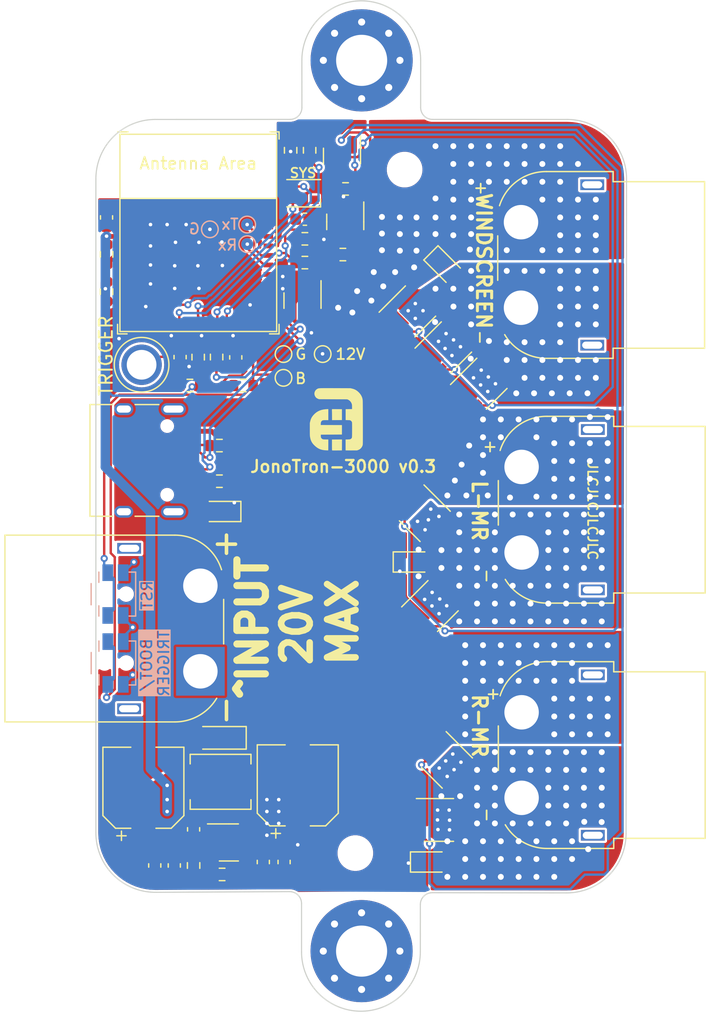
<source format=kicad_pcb>
(kicad_pcb (version 20240108) (generator "pcbnew") (generator_version "8.0")
  (title_block (title "JonoTron-3000") (date "2024-05-13") (rev "0.2"))
  (layers (0 "F.Cu" signal) (31 "B.Cu" signal) (34 "B.Paste" user) (35 "F.Paste" user) (36 "B.SilkS" user "B.Silkscreen") (37 "F.SilkS" user "F.Silkscreen") (38 "B.Mask" user) (39 "F.Mask" user) (44 "Edge.Cuts" user))
  (net 0 "")
  (net 1 "Net-(U1-BST)")
  (net 2 "Net-(D1-K)")
  (net 3 "Net-(U1-FB)")
  (net 4 "+3.3V")
  (net 5 "GND")
  (net 6 "PXL_PWR")
  (net 7 "VIn")
  (net 8 "+12V")
  (net 9 "Net-(U2-EN{slash}CHIP_PU)")
  (net 11 "Net-(U2-GPIO2{slash}ADC1_CH2)")
  (net 18 "Net-(U2-GPIO8)")
  (net 21 "Net-(J6-CC1)")
  (net 28 "SWITCH")
  (net 29 "Net-(Q1-G)")
  (net 30 "Net-(Q2-B)")
  (net 31 "Net-(U2-GPIO9)")
  (net 32 "Net-(D4-A)")
  (net 33 "USBD+")
  (net 34 "USBD-")
  (net 36 "Net-(J6-CC2)")
  (net 38 "USB_VBUS")
  (net 39 "Net-(U2-GPIO21{slash}U0TXD)")
  (net 40 "Net-(U2-GPIO20{slash}U0RXD)")
  (net 41 "Net-(D6-A)")
  (net 42 "Net-(D7-A)")
  (net 43 "Net-(Q4-B)")
  (net 44 "Net-(Q4-C)")
  (net 45 "Net-(Q7-B)")
  (net 46 "Net-(Q7-C)")
  (net 47 "MOSFET_WS")
  (net 48 "MOSFET_LMR")
  (net 49 "MOSFET_RMR")
  (net 51 "PXL")
  (footprint "Resistor_SMD:R_0603_1608Metric" (layer "F.Cu") (at 128.801472 91.2 180)
    (property "Reference" "R13" (hide yes))
    (property "Value" "5.1k")
  )
  (footprint "Capacitor_SMD:C_0603_1608Metric" (layer "F.Cu") (at 136 72.15)
    (property "Reference" "C11" (hide yes))
    (property "Value" "100nF")
  )
  (footprint "Capacitor_SMD:C_0603_1608Metric" (layer "F.Cu") (at 130.18 83.78 90)
    (property "Reference" "C9" (hide yes))
    (property "Value" "100nF")
  )
  (footprint "Package_SON:VSON-8_3.3x3.3mm_P0.65mm_NexFET" (layer "F.Cu") (at 144.869428 79.905895 45)
    (property "Reference" "Q10" (hide yes))
    (property "Value" "CSD19537Q3")
  )
  (footprint "Resistor_SMD:R_0603_1608Metric" (layer "F.Cu") (at 136.4 66.35 90)
    (property "Reference" "R8" (hide yes))
    (property "Value" "1k")
  )
  (footprint "MountingHole:MountingHole_4.3mm_M4_Pad_Via" (layer "F.Cu") (at 140.775 133.75)
    (property "Reference" "H4" (hide yes))
    (property "Value" "MountingHole")
  )
  (footprint "Capacitor_SMD:C_0603_1608Metric" (layer "F.Cu") (at 123.356798 126.541429 -90)
    (property "Reference" "C7" (hide yes))
    (property "Value" "100nF")
  )
  (footprint "MountingHole:MountingHole_2.5mm" (layer "F.Cu") (at 144.4 67.975)
    (property "Reference" "H1" (hide yes))
    (property "Value" "MountingHole")
  )
  (footprint "MountingHole:MountingHole_2.5mm" (layer "F.Cu") (at 140.25 125.5)
    (property "Reference" "H2" (hide yes))
    (property "Value" "MountingHole")
  )
  (footprint "TestPoint:TestPoint_Pad_D1.0mm" (layer "F.Cu") (at 137.5 83.5)
    (property "Reference" "TP8" (hide yes))
    (property "Value" "TestPoint")
  )
  (footprint "Resistor_SMD:R_0603_1608Metric" (layer "F.Cu") (at 139.2 75.125)
    (property "Reference" "R15" (hide yes))
    (property "Value" "1k")
  )
  (footprint "LED_SMD:LED_WS2812B-2020_PLCC4_2.0x2.0mm" (layer "F.Cu") (at 135.9 69.965 180)
    (property "Reference" "D2" (hide yes))
    (property "Value" "WS2812-2020")
  )
  (footprint "Resistor_SMD:R_0603_1608Metric" (layer "F.Cu") (at 126.62931 126.542907 -90)
    (property "Reference" "R1" (hide yes))
    (property "Value" "13k")
  )
  (footprint "Connector_USB:USB_C_Receptacle_HRO_TYPE-C-31-M-12" (layer "F.Cu") (at 121.801472 92.45 -90)
    (property "Reference" "J6" (hide yes))
    (property "Value" "USB_C_Receptacle_USB2.0")
  )
  (footprint "Resistor_SMD:R_0603_1608Metric" (layer "F.Cu") (at 134.8 66.35 90)
    (property "Reference" "R9" (hide yes))
    (property "Value" "13k")
  )
  (footprint "Package_SON:VSON-8_3.3x3.3mm_P0.65mm_NexFET" (layer "F.Cu") (at 147.29 122.71)
    (property "Reference" "Q6" (hide yes))
    (property "Value" "CSD19537Q3")
  )
  (footprint "Resistor_SMD:R_0603_1608Metric" (layer "F.Cu") (at 128.566093 83.75 90)
    (property "Reference" "R7" (hide yes))
    (property "Value" "13k")
  )
  (footprint "Capacitor_SMD:CP_Elec_6.3x5.4" (layer "F.Cu") (at 122.4 120 90)
    (property "Reference" "C5" (hide yes))
    (property "Value" "22uF")
  )
  (footprint "Capacitor_SMD:CP_Elec_6.3x7.7" (layer "F.Cu") (at 135.4 119.8 90)
    (property "Reference" "C1" (hide yes))
    (property "Value" "220uF")
  )
  (footprint "MountingHole:MountingHole_4.3mm_M4_Pad_Via" (layer "F.Cu") (at 140.780419 58.780419)
    (property "Reference" "H3" (hide yes))
    (property "Value" "MountingHole")
  )
  (footprint "Resistor_SMD:R_0603_1608Metric" (layer "F.Cu") (at 130.816093 86.144636)
    (property "Reference" "R12" (hide yes))
    (property "Value" "13k")
  )
  (footprint "TestPoint:TestPoint_Loop_D3.80mm_Drill2.5mm" (layer "F.Cu") (at 122.25 84.4)
    (property "Reference" "TP3" (hide yes))
    (property "Value" "TestPoint")
  )
  (footprint "Capacitor_SMD:C_0603_1608Metric" (layer "F.Cu") (at 119.296494 72 90)
    (property "Reference" "C8" (hide yes))
    (property "Value" "100nF")
  )
  (footprint "Resistor_SMD:R_0603_1608Metric" (layer "F.Cu") (at 136 75.8)
    (property "Reference" "R17" (hide yes))
    (property "Value" "1k")
  )
  (footprint "Diode_SMD:Nexperia_CFP3_SOD-123W" (layer "F.Cu") (at 128.8 115.8 180)
    (property "Reference" "D1" (hide yes))
    (property "Value" "PMEG6020ER")
  )
  (footprint "Package_SON:VSON-8_3.3x3.3mm_P0.65mm_NexFET" (layer "F.Cu") (at 146.769428 104.705895 45)
    (property "Reference" "Q9" (hide yes))
    (property "Value" "CSD19537Q3")
  )
  (footprint "Package_SON:VSON-8_3.3x3.3mm_P0.65mm_NexFET" (layer "F.Cu") (at 150.881523 85.992075 45)
    (property "Reference" "Q3" (hide yes))
    (property "Value" "CSD19537Q3")
  )
  (footprint "Package_SON:VSON-8_3.3x3.3mm_P0.65mm_NexFET" (layer "F.Cu") (at 146.104127 97.132341 -45)
    (property "Reference" "Q8" (hide yes))
    (property "Value" "CSD19537Q3")
  )
  (footprint "Capacitor_SMD:C_0603_1608Metric" (layer "F.Cu") (at 132.5 126.25 -90)
    (property "Reference" "C3" (hide yes))
    (property "Value" "100nF")
  )
  (footprint "Resistor_SMD:R_0603_1608Metric" (layer "F.Cu") (at 119.297661 78.25 -90)
    (property "Reference" "R5" (hide yes))
    (property "Value" "13k")
  )
  (footprint "Resistor_SMD:R_0603_1608Metric" (layer "F.Cu") (at 126.316093 86.144636 180)
    (property "Reference" "R11" (hide yes))
    (property "Value" "13k")
  )
  (footprint "Acea:AMASS_XT60PW-F_1x02_P7.20mm_Horizontal" (layer "F.Cu") (at 154.25 100.2 -90)
    (property "Reference" "J1" (hide yes))
    (property "Value" "Conn_01x02_Pin")
  )
  (footprint "Package_TO_SOT_SMD:SOT-23" (layer "F.Cu") (at 135.8 79 -90)
    (property "Reference" "Q4" (hide yes))
    (property "Value" "MMBT3904")
  )
  (footprint "Acea:AMASS_XT60PW-F_1x02_P7.20mm_Horizontal" (layer "F.Cu") (at 154.2 79.6 -90)
    (property "Reference" "J3" (hide yes))
    (property "Value" "Conn_01x02_Pin")
  )
  (footprint "Diode_SMD:D_SOD-323" (layer "F.Cu") (at 147.75 76.12 -45)
    (property "Reference" "D4" (hide yes))
    (property "Value" "1N5819WS")
  )
  (footprint "Espressif:ESP32-C3-MINI-1" (layer "F.Cu") (at 127.025 73.3)
    (property "Reference" "U2" (hide yes))
    (property "Value" "ESP32-C3-MINI-1")
  )
  (footprint "Resistor_SMD:R_0603_1608Metric" (layer "F.Cu") (at 129.029309 127.296956)
    (property "Reference" "R2" (hide yes))
    (property "Value" "4.3k")
  )
  (footprint "Capacitor_SMD:C_0603_1608Metric" (layer "F.Cu") (at 125.491704 83.756033 -90)
    (property "Reference" "C10" (hide yes))
    (property "Value" "100nF")
  )
  (footprint "Capacitor_SMD:C_0603_1608Metric" (layer "F.Cu") (at 126.62931 123.5 90)
    (property "Reference" "C4" (hide yes))
    (property "Value" "100nF")
  )
  (footprint "Acea:AMASS_XT60PW-F_1x02_P7.20mm_Horizontal" (layer "F.Cu") (at 154.25 120.85 -90)
    (property "Reference" "J2" (hide yes))
    (property "Value" "Conn_01x02_Pin")
  )
  (footprint "Package_TO_SOT_SMD:SOT-23" (layer "F.Cu") (at 139.125 66.825 -90)
    (property "Reference" "Q2" (hide yes))
    (property "Value" "MMBT3904")
  )
  (footprint "Package_TO_SOT_SMD:SOT-23-6" (layer "F.Cu") (at 129.600039 124.604591)
    (property "Reference" "U1" (hide yes))
    (property "Value" "AOZ1280CI")
  )
  (footprint "Diode_SMD:D_SOD-323" (layer "F.Cu") (at 146.5 126.25)
    (property "Reference" "D6" (hide yes))
    (property "Value" "1N5819WS")
  )
  (footprint "Package_SON:VSON-8_3.3x3.3mm_P0.65mm_NexFET" (layer "F.Cu") (at 147.969428 117.894105 -45)
    (property "Reference" "Q5" (hide yes))
    (property "Value" "CSD19537Q3")
  )
  (footprint "Capacitor_SMD:C_0603_1608Metric" (layer "F.Cu") (at 125.004021 126.541429 -90)
    (property "Reference" "C6" (hide yes))
    (property "Value" "10uF")
  )
  (footprint "Acea:ae_5mm" (layer "F.Cu") (at 138.63066 89.049432)
    (property "Reference" "G***" (hide yes))
    (property "Value" "LOGO" (hide yes))
  )
  (footprint "Diode_SMD:D_SOD-323" (layer "F.Cu") (at 129 96.75 180)
    (property "Reference" "D5" (hide yes))
    (property "Value" "1N5819WS")
  )
  (footprint "Package_TO_SOT_SMD:SOT-23" (layer "F.Cu") (at 139.4 72.375 -90)
    (property "Reference" "Q7" (hide yes))
    (property "Value" "MMBT3904")
  )
  (footprint "Inductor_SMD:L_Chilisin_BMRA00040415" (layer "F.Cu") (at 128.9 119.5 180)
    (property "Reference" "L1" (hide yes))
    (property "Value" "10uH")
  )
  (footprint "Diode_SMD:D_SOD-323" (layer "F.Cu") (at 145.05 101)
    (property "Reference" "D7" (hide yes))
    (property "Value" "1N5819WS")
  )
  (footprint "Capacitor_SMD:C_0603_1608Metric" (layer "F.Cu") (at 134.25 126.25 -90)
    (property "Reference" "C2" (hide yes))
    (property "Value" "10uF")
  )
  (footprint "TestPoint:TestPoint_Pad_D1.0mm" (layer "F.Cu") (at 134.2 85.5 90)
    (property "Reference" "TP1" (hide yes))
    (property "Value" "TestPoint")
  )
  (footprint "TestPoint:TestPoint_Pad_D1.0mm" (layer "F.Cu") (at 134.2 83.5 -90)
    (property "Reference" "TP2" (hide yes))
    (property "Value" "TestPoint")
  )
  (footprint "Resistor_SMD:R_0603_1608Metric" (layer "F.Cu") (at 119.302795 75.110239 -90)
    (property "Reference" "R10" (hide yes))
    (property "Value" "13k")
  )
  (footprint "Resistor_SMD:R_0603_1608Metric" (layer "F.Cu") (at 127.013939 83.757685 90)
    (property "Reference" "R4" (hide yes))
    (property "Value" "2.2k")
  )
  (footprint "Resistor_SMD:R_0603_1608Metric" (layer "F.Cu") (at 128.801472 94.2 180)
    (property "Reference" "R14" (hide yes))
    (property "Value" "5.1k")
  )
  (footprint "Resistor_SMD:R_0603_1608Metric" (layer "F.Cu") (at 136 73.8 180)
    (property "Reference" "R16" (hide yes))
    (property "Value" "13k")
  )
  (footprint "Resistor_SMD:R_0603_1608Metric" (layer "F.Cu") (at 139.425 69.6)
    (property "Reference" "R18" (hide yes))
    (property "Value" "13k")
  )
  (footprint "Acea:AMASS_XT60PW-M_1x02_P7.20mm_Horizontal" (layer "F.Cu") (at 127.2 110.2 90)
    (property "Reference" "J4" (hide yes))
    (property "Value" "Conn_01x02_Pin")
  )
  (footprint "Package_SON:VSON-8_3.3x3.3mm_P0.65mm_NexFET" (layer "F.Cu") (at 147.894105 82.930572 45)
    (property "Reference" "Q1" (hide yes))
    (property "Value" "CSD19537Q3")
  )
  (footprint "TestPoint:TestPoint_Pad_D1.0mm" (layer "B.Cu") (at 131.15 74.25 180)
    (property "Reference" "TP5" (hide yes))
    (property "Value" "TestPoint")
  )
  (footprint "TestPoint:TestPoint_Pad_D1.0mm" (layer "B.Cu") (at 131.139328 72.6 180)
    (property "Reference" "TP4" (hide yes))
    (property "Value" "TestPoint")
  )
  (footprint "Acea:ALPSALPINE-SKSCLBE010_C115361" (layer "B.Cu") (at 120.055 109.5 -90)
    (property "Reference" "SW2" (hide yes))
    (property "Value" "SW_Push")
  )
  (footprint "TestPoint:TestPoint_Pad_D1.0mm" (layer "B.Cu") (at 128 73 180)
    (property "Reference" "TP6" (hide yes))
    (property "Value" "TestPoint")
  )
  (footprint "Acea:ALPSALPINE-SKSCLBE010_C115361" (layer "B.Cu") (at 120.05 103.7 -90)
    (property "Reference" "SW1" (hide yes))
    (property "Value" "SW_Push")
  )
  (gr_line (start 135.746679 58.748957) (end 135.75 62.75) (stroke (width 0.1)) (layer "Edge.Cuts"))
  (gr_arc (start 163.05 123.85) (mid 161.585505 127.385505) (end 158.05 128.85) (stroke (width 0.1)) (layer "Edge.Cuts"))
  (gr_line (start 158.088353 63.753731) (end 146.75 63.75) (stroke (width 0.1)) (layer "Edge.Cuts"))
  (gr_arc (start 118.4 68.753731) (mid 119.864466 65.218197) (end 123.4 63.753731) (stroke (width 0.1)) (layer "Edge.Cuts"))
  (gr_arc (start 135.75 62.75) (mid 135.457107 63.457107) (end 134.75 63.75) (stroke (width 0.1)) (layer "Edge.Cuts"))
  (gr_line (start 123.4 63.753731) (end 134.75 63.75) (stroke (width 0.1)) (layer "Edge.Cuts"))
  (gr_arc (start 134.718579 128.743715) (mid 135.425686 129.036608) (end 135.718579 129.743715) (stroke (width 0.1)) (layer "Edge.Cuts"))
  (gr_line (start 145.75041 58.751867) (end 145.75 62.75) (stroke (width 0.1)) (layer "Edge.Cuts"))
  (gr_line (start 118.4 68.753731) (end 118.4 123.8) (stroke (width 0.1)) (layer "Edge.Cuts"))
  (gr_line (start 163.088353 68.753731) (end 163.05 123.85) (stroke (width 0.1)) (layer "Edge.Cuts"))
  (gr_line (start 146.723976 128.833623) (end 158.05 128.85) (stroke (width 0.1)) (layer "Edge.Cuts"))
  (gr_arc (start 135.746679 58.748957) (mid 140.75 53.75) (end 145.75041 58.751867) (stroke (width 0.1)) (layer "Edge.Cuts"))
  (gr_line (start 135.718767 133.826864) (end 135.718579 129.743715) (stroke (width 0.1)) (layer "Edge.Cuts"))
  (gr_line (start 145.722499 133.829774) (end 145.723976 129.833623) (stroke (width 0.1)) (layer "Edge.Cuts"))
  (gr_arc (start 146.75 63.75) (mid 146.042893 63.457107) (end 145.75 62.75) (stroke (width 0.1)) (layer "Edge.Cuts"))
  (gr_arc (start 123.4 128.8) (mid 119.864466 127.335534) (end 118.4 123.8) (stroke (width 0.1)) (layer "Edge.Cuts"))
  (gr_arc (start 145.723976 129.833623) (mid 146.016869 129.126516) (end 146.723976 128.833623) (stroke (width 0.1)) (layer "Edge.Cuts"))
  (gr_arc (start 145.722499 133.829774) (mid 140.719177 138.828732) (end 135.718767 133.826864) (stroke (width 0.1)) (layer "Edge.Cuts"))
  (gr_arc (start 158.088353 63.753731) (mid 161.623887 65.218197) (end 163.088353 68.753731) (stroke (width 0.1)) (layer "Edge.Cuts"))
  (gr_line (start 123.4 128.8) (end 134.718579 128.743715) (stroke (width 0.1)) (layer "Edge.Cuts"))
  (gr_text " BOOT/\nTRIGGER" (at 124.64 106.67 90) (layer "B.SilkS" knockout) (effects (font (size 0.9 0.9) (thickness 0.15) (bold yes)) (justify left bottom mirror)))
  (gr_text "Tx" (at 130.5 73.1 0) (layer "B.SilkS") (effects (font (size 0.9 0.9) (thickness 0.15) (bold yes)) (justify left bottom mirror)))
  (gr_text "Rx" (at 130.4 74.85 0) (layer "B.SilkS") (effects (font (size 0.9 0.9) (thickness 0.15) (bold yes)) (justify left bottom mirror)))
  (gr_text "RST" (at 123.23 102.46 90) (layer "B.SilkS" knockout) (effects (font (size 0.9 0.9) (thickness 0.15) (bold yes)) (justify left bottom mirror)))
  (gr_text "G" (at 127.25 73.486969 0) (layer "B.SilkS") (effects (font (size 0.9 0.9) (thickness 0.15) (bold yes)) (justify left bottom mirror)))
  (gr_text "WINDSCREEN" (at 150.37 69.81 270) (layer "F.SilkS") (effects (font (size 1.2 1.2) (thickness 0.25) (bold yes)) (justify left bottom)))
  (gr_text "JLCJLCJLCJLC" (at 159.75 92.5 270) (layer "F.SilkS") (effects (font (size 0.8 0.8) (thickness 0.15) (bold yes)) (justify left bottom)))
  (gr_text "JonoTron-3000 v0.3" (at 131.29 93.55 0) (layer "F.SilkS") (effects (font (size 1 1) (thickness 0.2) (bold yes)) (justify left bottom)))
  (gr_text "12V" (at 138.5 84.032502 0) (layer "F.SilkS") (effects (font (size 0.9 0.9) (thickness 0.15) (bold yes)) (justify left bottom)))
  (gr_text "SYS" (at 134.64 68.73 0) (layer "F.SilkS") (effects (font (size 0.8 0.8)) (justify left bottom)))
  (gr_text "B" (at 135.099136 86.080157 0) (layer "F.SilkS") (effects (font (size 0.9 0.9) (thickness 0.15) (bold yes)) (justify left bottom)))
  (gr_text "L-MR" (at 150 94 270) (layer "F.SilkS") (effects (font (size 1.2 1.2) (thickness 0.25) (bold yes)) (justify left bottom)))
  (gr_text "20V \nMAX" (at 140.59 109.96 90) (layer "F.SilkS") (effects (font (size 2.4 2.4) (thickness 0.55) (bold yes)) (justify left bottom)))
  (gr_text "^INPUT" (at 133 112.75 90) (layer "F.SilkS") (effects (font (size 2.4 2.4) (thickness 0.6) (bold yes)) (justify left bottom)))
  (gr_text "TRIGGER" (at 119.886002 87.120192 90) (layer "F.SilkS") (effects (font (size 1.1 1.1) (thickness 0.165)) (justify left bottom)))
  (gr_text "R-MR" (at 150.01 111.99 270) (layer "F.SilkS") (effects (font (size 1.2 1.2) (thickness 0.25) (bold yes)) (justify left bottom)))
  (gr_text "G" (at 135.10997 84.032502 0) (layer "F.SilkS") (effects (font (size 0.9 0.9) (thickness 0.15) (bold yes)) (justify left bottom)))
  (segment (start 126.7 124.275002) (end 126.974999 124.275) (width 0.6) (layer "F.Cu") (net 1))
  (segment (start 126.974999 124.275) (end 127.59541 123.654591) (width 0.6) (layer "F.Cu") (net 1))
  (segment (start 127.59541 123.654591) (end 128.462536 123.654591) (width 0.6) (layer "F.Cu") (net 1))
  (segment (start 128.15 127.325001) (end 128.175 127.300001) (width 0.6) (layer "F.Cu") (net 3))
  (segment (start 126.699999 127.325001) (end 128.15 127.325001) (width 0.6) (layer "F.Cu") (net 3))
  (segment (start 128.175 127.300001) (end 128.175 125.875001) (width 0.6) (layer "F.Cu") (net 3))
  (segment (start 128.175 125.875001) (end 128.500001 125.55) (width 0.6) (layer "F.Cu") (net 3))
  (segment (start 126.62931 125.717907) (end 126.642602 125.717907) (width 0.6) (layer "F.Cu") (net 4))
  (segment (start 126.5 86.25) (end 126.771519 86.521519) (width 0.2) (layer "F.Cu") (net 4))
  (segment (start 127.141093 86.144636) (end 126.605364 86.144636) (width 0.2) (layer "F.Cu") (net 4))
  (segment (start 119.4 73.6) (end 121.125 73.6) (width 0.4) (layer "F.Cu") (net 4))
  (segment (start 119.296494 74.278938) (end 119.296494 72.775) (width 0.4) (layer "F.Cu") (net 4))
  (segment (start 126.771519 86.521519) (end 129.61421 86.521519) (width 0.2) (layer "F.Cu") (net 4))
  (segment (start 126.670406 125.674999) (end 126.7 125.675001) (width 0.5) (layer "F.Cu") (net 4))
  (segment (start 119.302795 74.285239) (end 119.296494 74.278938) (width 0.4) (layer "F.Cu") (net 4))
  (segment (start 129.61421 86.521519) (end 129.991093 86.144636) (width 0.2) (layer "F.Cu") (net 4))
  (segment (start 119.204794 77.525431) (end 119.204794 78.00277) (width 0.8) (layer "F.Cu") (net 4))
  (segment (start 126.605364 86.144636) (end 126.5 86.25) (width 0.2) (layer "F.Cu") (net 4))
  (via (at 124.4 119.8) (size 0.6) (drill 0.3) (layers "F.Cu" "B.Cu") (net 4))
  (via (at 119.3 73.575) (size 0.6) (drill 0.3) (layers "F.Cu" "B.Cu") (net 4))
  (via (at 126.5 86.25) (size 0.6) (drill 0.3) (layers "F.Cu" "B.Cu") (net 4))
  (via (at 124.4 122) (size 0.6) (drill 0.3) (layers "F.Cu" "B.Cu") (net 4))
  (via (at 119.2 78) (size 0.6) (drill 0.3) (layers "F.Cu" "B.Cu") (net 4))
  (via (at 124.4 121) (size 0.6) (drill 0.3) (layers "F.Cu" "B.Cu") (net 4))
  (segment (start 123 96.8) (end 119.2 93) (width 0.8) (layer "B.Cu") (net 4))
  (segment (start 124.4 119.8) (end 123 118.4) (width 0.8) (layer "B.Cu") (net 4))
  (segment (start 119.8 87) (end 119.2 86.4) (width 0.2) (layer "B.Cu") (net 4))
  (segment (start 119.2 93) (end 119.2 82.2) (width 0.8) (layer "B.Cu") (net 4))
  (segment (start 123 118.4) (end 123 96.8) (width 0.8) (layer "B.Cu") (net 4))
  (segment (start 125.75 87) (end 119.8 87) (width 0.2) (layer "B.Cu") (net 4))
  (segment (start 119.2 82.2) (end 119.2 78) (width 0.8) (layer "B.Cu") (net 4))
  (segment (start 119.2 78) (end 119.2 73.675) (width 0.8) (layer "B.Cu") (net 4))
  (segment (start 126.5 86.25) (end 125.75 87) (width 0.2) (layer "B.Cu") (net 4))
  (segment (start 124.4 122) (end 124.4 119.8) (width 0.8) (layer "B.Cu") (net 4))
  (segment (start 119.2 73.675) (end 119.3 73.575) (width 0.8) (layer "B.Cu") (net 4))
  (segment (start 129.577466 127.052464) (end 129.825001 127.299999) (width 0.5) (layer "F.Cu") (net 5))
  (segment (start 129.577465 125.075) (end 129.577466 127.052464) (width 0.5) (layer "F.Cu") (net 5))
  (segment (start 128.5 124.600001) (end 129.102465 124.600001) (width 0.5) (layer "F.Cu") (net 5))
  (segment (start 127.025 74.025) (end 127.025 73.975) (width 0.2) (layer "F.Cu") (net 5))
  (segment (start 129.102465 124.600001) (end 129.577465 125.075) (width 0.5) (layer "F.Cu") (net 5))
  (via (at 121.5 106.5) (size 0.6) (drill 0.3) (layers "F.Cu" "B.Cu") (net 5))
  (via (at 124.4 72.6) (size 0.6) (drill 0.3) (layers "F.Cu" "B.Cu") (net 5))
  (via (at 127.078556 74.094731) (size 0.6) (drill 0.3) (layers "F.Cu" "B.Cu") (net 5))
  (via (at 125.037885 76.068859) (size 0.6) (drill 0.3) (layers "F.Cu" "B.Cu") (net 5))
  (via (at 125.037885 77.976443) (size 0.6) (drill 0.3) (layers "F.Cu" "B.Cu") (net 5))
  (via (at 134.136041 78) (size 0.6) (drill 0.3) (layers "F.Cu" "B.Cu") (net 5))
  (via (at 123 77.6) (size 0.6) (drill 0.3) (layers "F.Cu" "B.Cu") (net 5))
  (via (at 121.5 110.5) (size 0.6) (drill 0.3) (layers "F.Cu" "B.Cu") (net 5))
  (via (at 128 73) (size 0.6) (drill 0.3) (layers "F.Cu" "B.Cu") (net 5))
  (via (at 127.3 81.95) (size 0.6) (drill 0.3) (layers "F.Cu" "B.Cu") (net 5))
  (via (at 126.989832 76.068859) (size 0.6) (drill 0.3) (layers "F.Cu" "B.Cu") (net 5))
  (via (at 131.385899 79.361227) (size 0.6) (drill 0.3) (layers "F.Cu" "B.Cu") (net 5))
  (via (at 129.95 81.95) (size 0.6) (drill 0.3) (layers "F.Cu" "B.Cu") (net 5))
  (via (at 126.25 84.55) (size 0.6) (drill 0.3) (layers "F.Cu" "B.Cu") (net 5))
  (via (at 123 76) (size 0.6) (drill 0.3) (layers "F.Cu" "B.Cu") (net 5))
  (via (at 125.104429 74.094731) (size 0.6) (drill 0.3) (layers "F.Cu" "B.Cu") (net 5))
  (via (at 122.6 79.5) (size 0.6) (drill 0.3) (layers "F.Cu" "B.Cu") (net 5))
  (via (at 120.35 82.2) (size 0.6) (drill 0.3) (layers "F.Cu" "B.Cu") (net 5))
  (via (at 127.078556 77.976443) (size 0.6) (drill 0.3) (layers "F.Cu" "B.Cu") (net 5))
  (via (at 134.136041 76.972444) (size 0.6) (drill 0.3) (layers "F.Cu" "B.Cu") (net 5))
  (via (at 123 74.4) (size 0.6) (drill 0.3) (layers "F.Cu" "B.Cu") (net 5))
  (via (at 123 72.6) (size 0.6) (drill 0.3) (layers "F.Cu" "B.Cu") (net 5))
  (via (at 129.052684 76.046678) (size 0.6) (drill 0.3) (layers "F.Cu" "B.Cu") (net 5))
  (via (at 126 72.6) (size 0.6) (drill 0.3) (layers "F.Cu" "B.Cu") (net 5))
  (via (at 121.6 101) (size 0.6) (drill 0.3) (layers "F.Cu" "B.Cu") (net 5))
  (via (at 129.008322 74.07255) (size 0.6) (drill 0.3) (layers "F.Cu" "B.Cu") (net 5))
  (via (at 124.75 81.95) (size 0.6) (drill 0.3) (layers "F.Cu" "B.Cu") (net 5))
  (segment (start 121.6 101) (end 120.7 101.9) (width 0.2) (layer "B.Cu") (net 5))
  (segment (start 120.7 105.5) (end 120.7 105.7) (width 0.2) (layer "B.Cu") (net 5))
  (segment (start 121.5 110.5) (end 121.5 110.525) (width 0.2) (layer "B.Cu") (net 5))
  (segment (start 120.7 105.7) (end 121.5 106.5) (width 0.2) (layer "B.Cu") (net 5))
  (segment (start 121.5 110.525) (end 120.725 111.3) (width 0.2) (layer "B.Cu") (net 5))
  (segment (start 120.725 107.7) (end 120.725 107.275) (width 0.2) (layer "B.Cu") (net 5))
  (segment (start 120.725 107.275) (end 121.5 106.5) (width 0.2) (layer "B.Cu") (net 5))
  (segment (start 121.125 76) (end 121.725 76) (width 0.2) (layer "F.Cu") (net 6))
  (segment (start 123.8 79.35) (end 126.15 79.35) (width 0.2) (layer "F.Cu") (net 6))
  (segment (start 134.985 71.3) (end 134.985 71.91) (width 0.2) (layer "F.Cu") (net 6))
  (segment (start 122.1 76.375) (end 122.1 77.65) (width 0.2) (layer "F.Cu") (net 6))
  (segment (start 121.725 76) (end 122.1 76.375) (width 0.2) (layer "F.Cu") (net 6))
  (segment (start 134.985 71.91) (end 135.225 72.15) (width 0.2) (layer "F.Cu") (net 6))
  (segment (start 134.985 70.515) (end 134.985 71.3) (width 0.2) (layer "F.Cu") (net 6))
  (segment (start 122.1 77.65) (end 123.8 79.35) (width 0.2) (layer "F.Cu") (net 6))
  (via (at 126.15 79.35) (size 0.6) (drill 0.3) (layers "F.Cu" "B.Cu") (net 6))
  (via (at 134.985 71.3) (size 0.6) (drill 0.3) (layers "F.Cu" "B.Cu") (net 6))
  (segment (start 126.15 79.35) (end 126.7 78.8) (width 0.2) (layer "B.Cu") (net 6))
  (segment (start 126.7 78.8) (end 127.718628 78.8) (width 0.2) (layer "B.Cu") (net 6))
  (segment (start 127.964296 78.554332) (end 128.064296 78.554332) (width 0.2) (layer "B.Cu") (net 6))
  (segment (start 128.064296 78.554332) (end 134.985 71.633628) (width 0.2) (layer "B.Cu") (net 6))
  (segment (start 127.718628 78.8) (end 127.964296 78.554332) (width 0.2) (layer "B.Cu") (net 6))
  (segment (start 134.985 71.633628) (end 134.985 71.3) (width 0.2) (layer "B.Cu") (net 6))
  (segment (start 123.025 81.3) (end 124.65 82.925) (width 0.2) (layer "F.Cu") (net 7))
  (segment (start 123.025 80.9) (end 123.025 81.3) (width 0.2) (layer "F.Cu") (net 7))
  (segment (start 123.025 80.9) (end 123.025 81.2) (width 0.2) (layer "F.Cu") (net 7))
  (segment (start 124.65 82.925) (end 128.566093 82.925) (width 0.2) (layer "F.Cu") (net 7))
  (segment (start 128.389667 82.741722) (end 128.556932 82.908987) (width 0.2) (layer "F.Cu") (net 7))
  (segment (start 138.375 69.500552) (end 138.474448 69.6) (width 0.2) (layer "F.Cu") (net 8))
  (segment (start 136.875 73.85) (end 136.825 73.8) (width 0.2) (layer "F.Cu") (net 8))
  (segment (start 128.55 85.45) (end 128.55 84.591093) (width 0.2) (layer "F.Cu") (net 8))
  (segment (start 144 101) (end 144 101.77006) (width 0.2) (layer "F.Cu") (net 8))
  (segment (start 144 101.77006) (end 143.994579 101.775481) (width 0.2) (layer "F.Cu") (net 8))
  (segment (start 128.55 84.591093) (end 128.566093 84.575) (width 0.2) (layer "F.Cu") (net 8))
  (segment (start 128.571361 84.569732) (end 128.566093 84.575) (width 0.2) (layer "F.Cu") (net 8))
  (segment (start 145.357402 126.342597) (end 145.449999 126.25) (width 0.2) (layer "F.Cu") (net 8))
  (segment (start 130.057937 96.00623) (end 130.05 96.014167) (width 0.4) (layer "F.Cu") (net 8))
  (segment (start 137.6 73.85) (end 136.875 73.85) (width 0.2) (layer "F.Cu") (net 8))
  (segment (start 134.8 66.45) (end 134.8 67.175) (width 0.2) (layer "F.Cu") (net 8))
  (segment (start 139.25 70.25) (end 138.6 69.6) (width 0.2) (layer "F.Cu") (net 8))
  (segment (start 144.722338 126.342597) (end 145.357402 126.342597) (width 0.2) (layer "F.Cu") (net 8))
  (segment (start 138.474448 69.6) (end 138.6 69.6) (width 0.2) (layer "F.Cu") (net 8))
  (segment (start 130.05 96.014167) (end 130.05 96.780042) (width 0.4) (layer "F.Cu") (net 8))
  (via (at 153.274623 95.575714) (size 0.8) (drill 0.5) (layers "F.Cu" "B.Cu") (net 8))
  (via (at 152.5 90.5) (size 0.8) (drill 0.5) (layers "F.Cu" "B.Cu") (net 8))
  (via (at 140 80) (size 0.8) (drill 0.5) (layers "F.Cu" "B.Cu") (net 8))
  (via (at 151.4 95.4) (size 0.8) (drill 0.5) (layers "F.Cu" "B.Cu") (net 8))
  (via (at 154.5 69) (size 0.8) (drill 0.5) (layers "F.Cu" "B.Cu") (net 8))
  (via (at 147 72) (size 0.8) (drill 0.5) (layers "F.Cu" "B.Cu") (net 8))
  (via (at 158.5 91) (size 0.8) (drill 0.5) (layers "F.Cu" "B.Cu") (net 8))
  (via (at 149.5 111) (size 0.8) (drill 0.5) (layers "F.Cu" "B.Cu") (net 8))
  (via (at 158.5 114) (size 0.8) (drill 0.5) (layers "F.Cu" "B.Cu") (net 8))
  (via (at 157 109.5) (size 0.8) (drill 0.5) (layers "F.Cu" "B.Cu") (net 8))
  (via (at 157 91) (size 0.8) (drill 0.5) (layers "F.Cu" "B.Cu") (net 8))
  (via (at 154 108) (size 0.8) (drill 0.5) (layers "F.Cu" "B.Cu") (net 8))
  (via (at 159 74.756285) (size 0.8) (drill 0.5) (layers "F.Cu" "B.Cu") (net 8))
  (via (at 151 93.5) (size 0.8) (drill 0.5) (layers "F.Cu" "B.Cu") (net 8))
  (via (at 157 94) (size 0.8) (drill 0.5) (layers "F.Cu" "B.Cu") (net 8))
  (via (at 151.5 66) (size 0.8) (drill 0.5) (layers "F.Cu" "B.Cu") (net 8))
  (via (at 139.25 70.25) (size 0.6) (drill 0.3) (layers "F.Cu" "B.Cu") (net 8))
  (via (at 161.5 108) (size 0.8) (drill 0.5) (layers "F.Cu" "B.Cu") (net 8))
  (via (at 145.4 74.8) (size 0.8) (drill 0.5) (layers "F.Cu" "B.Cu") (net 8))
  (via (at 156 74.756285) (size 0.8) (drill 0.5) (layers "F.Cu" "B.Cu") (net 8))
  (via (at 160 95.5) (size 0.8) (drill 0.5) (layers "F.Cu" "B.Cu") (net 8))
  (via (at 158.5 89) (size 0.8) (drill 0.5) (layers "F.Cu" "B.Cu") (net 8))
  (via (at 159 72) (size 0.8) (drill 0.5) (layers "F.Cu" "B.Cu") (net 8))
  (via (at 149.5 114) (size 0.8) (drill 0.5) (layers "F.Cu" "B.Cu") (net 8))
  (via (at 157 89) (size 0.8) (drill 0.5) (layers "F.Cu" "B.Cu") (net 8))
  (via (at 133.8 122) (size 0.6) (drill 0.3) (layers "F.Cu" "B.Cu") (net 8))
  (via (at 157 108) (size 0.8) (drill 0.5) (layers "F.Cu" "B.Cu") (net 8))
  (via (at 144 72) (size 0.8) (drill 0.5) (layers "F.Cu" "B.Cu") (net 8))
  (via (at 155.5 108) (size 0.8) (drill 0.5) (layers "F.Cu" "B.Cu") (net 8))
  (via (at 158.5 112.5) (size 0.8) (drill 0.5) (layers "F.Cu" "B.Cu") (net 8))
  (via (at 159 73.5) (size 0.8) (drill 0.5) (layers "F.Cu" "B.Cu") (net 8))
  (via (at 149.836702 91.2) (size 0.8) (drill 0.5) (layers "F.Cu" "B.Cu") (net 8))
  (via (at 138.8 79.6) (size 0.8) (drill 0.5) (layers "F.Cu" "B.Cu") (net 8))
  (via (at 157.5 72) (size 0.8) (drill 0.5) (layers "F.Cu" "B.Cu") (net 8))
  (via (at 160 88.8) (size 0.8) (drill 0.5) (layers "F.Cu" "B.Cu") (net 8))
  (via (at 155.5 95.5) (size 0.8) (drill 0.5) (layers "F.Cu" "B.Cu") (net 8))
  (via (at 150 73.4) (size 0.8) (drill 0.5) (layers "F.Cu" "B.Cu") (net 8))
  (via (at 157.5 69) (size 0.8) (drill 0.5) (layers "F.Cu" "B.Cu") (net 8))
  (via (at 161.5 94) (size 0.8) (drill 0.5) (layers "F.Cu" "B.Cu") (net 8))
  (via (at 160.5 72) (size 0.8) (drill 0.5) (layers "F.Cu" "B.Cu") (net 8))
  (via (at 141.8 76.6) (size 0.8) (drill 0.5) (layers "F.Cu" "B.Cu") (net 8))
  (via (at 149.6 95.4) (size 0.8) (drill 0.5) (layers "F.Cu" "B.Cu") (net 8))
  (via (at 145.4 73.4) (size 0.8) (drill 0.5) (layers "F.Cu" "B.Cu") (net 8))
  (via (at 157.5 73.5) (size 0.8) (drill 0.5) (layers "F.Cu" "B.Cu") (net 8))
  (via (at 137.6 73.85) (size 0.6) (drill 0.3) (layers "F.Cu" "B.Cu") (net 8))
  (via (at 160.5 70.5) (size 0.8) (drill 0.5) (layers "F.Cu" "B.Cu") (net 8))
  (via (at 154.5 67.5) (size 0.8) (drill 0.5) (layers "F.Cu" "B.Cu") (net 8))
  (via (at 150 72) (size 0.8) (drill 0.5) (layers "F.Cu" "B.Cu") (net 8))
  (via (at 132.8 123) (size 0.6) (drill 0.3) (layers "F.Cu" "B.Cu") (net 8))
  (via (at 154 109.5) (size 0.8) (drill 0.5) (layers "F.Cu" "B.Cu") (net 8))
  (via (at 160 108) (size 0.8) (drill 0.5) (layers "F.Cu" "B.Cu") (net 8))
  (via (at 157 112.5) (size 0.8) (drill 0.5) (layers "F.Cu" "B.Cu") (net 8))
  (via (at 157 95.5) (size 0.8) (drill 0.5) (layers "F.Cu" "B.Cu") (net 8))
  (via (at 152.5 89) (size 0.8) (drill 0.5) (layers "F.Cu" "B.Cu") (net 8))
  (via (at 160 115.5) (size 0.8) (drill 0.5) (layers "F.Cu" "B.Cu") (net 8))
  (via (at 156 66) (size 0.8) (drill 0.5) (layers "F.Cu" "B.Cu") (net 8))
  (via (at 142.6 77.8) (size 0.8) (drill 0.5) (layers "F.Cu" "B.Cu") (net 8))
  (via (at 133.8 121) (size 0.6) (drill 0.3) (layers "F.Cu" "B.Cu") (net 8))
  (via (at 148.5 73.5) (size 0.8) (drill 0.5) (layers "F.Cu" "B.Cu") (net 8))
  (via (at 157.5 67.5) (size 0.8) (drill 0.5) (layers "F.Cu" "B.Cu") (net 8))
  (via (at 158.5 109.5) (size 0.8) (drill 0.5) (layers "F.Cu" "B.Cu") (net 8))
  (via (at 160 112.5) (size 0.8) (drill 0.5) (layers "F.Cu" "B.Cu") (net 8))
  (via (at 149.9 74.7) (size 0.8) (drill 0.5) (layers "F.Cu" "B.Cu") (net 8))
  (via (at 144 74.8) (size 0.8) (drill 0.5) (layers "F.Cu" "B.Cu") (net 8))
  (via (at 150 66) (size 0.8) (drill 0.5) (layers "F.Cu" "B.Cu") (net 8))
  (via (at 161.5 91) (size 0.8) (drill 0.5) (layers "F.Cu" "B.Cu") (net 8))
  (via (at 157 115.5) (size 0.8) (drill 0.5) (layers "F.Cu" "B.Cu") (net 8))
  (via (at 144 73.4) (size 0.8) (drill 0.5) (layers "F.Cu" "B.Cu") (net 8))
  (via (at 157 114) (size 0.8) (drill 0.5) (layers "F.Cu" "B.Cu") (net 8))
  (via (at 145.2 76.2) (size 0.8) (drill 0.5) (layers "F.Cu" "B.Cu") (net 8))
  (via (at 134.8 66.45) (size 0.6) (drill 0.3) (layers "F.Cu" "B.Cu") (net 8))
  (via (at 158.5 92.5) (size 0.8) (drill 0.5) (layers "F.Cu" "B.Cu") (net 8))
  (via (at 157 111) (size 0.8) (drill 0.5) (layers "F.Cu" "B.Cu") (net 8))
  (via (at 149.5 112.5) (size 0.8) (drill 0.5) (layers "F.Cu" "B.Cu") (net 8))
  (via (at 149.5 109.5) (size 0.8) (drill 0.5) (layers "F.Cu" "B.Cu") (net 8))
  (via (at 148.5 66) (size 0.8) (drill 0.5) (layers "F.Cu" "B.Cu") (net 8))
  (via (at 148.630741 94.14235) (size 0.8) (drill 0.5) (layers "F.Cu" "B.Cu") (net 8))
  (via (at 158.5 95.5) (size 0.8) (drill 0.5) (layers "F.Cu" "B.Cu") (net 8))
  (via (at 143.994579 101.775481) (size 0.6) (drill 0.3) (layers "F.Cu" "B.Cu") (net 8))
  (via (at 160.5 74.756285) (size 0.8) (drill 0.5) (layers "F.Cu" "B.Cu") (net 8))
  (via (at 151 92) (size 0.8) (drill 0.5) (layers "F.Cu" "B.Cu") (net 8))
  (via (at 148.5 69) (size 0.8) (drill 0.5) (layers "F.Cu" "B.Cu") (net 8))
  (via (at 157.5 74.756285) (size 0.8) (drill 0.5) (layers "F.Cu" "B.Cu") (net 8))
  (via (at 132.8 121) (size 0.6) (drill 0.3) (layers "F.Cu" "B.Cu") (net 8))
  (via (at 161.5 112.5) (size 0.8) (drill 0.5) (layers "F.Cu" "B.Cu") (net 8))
  (via (at 148.5 72) (size 0.8) (drill 0.5) (layers "F.Cu" "B.Cu") (net 8))
  (via (at 152.5 108) (size 0.8) (drill 0.5) (layers "F.Cu" "B.Cu") (net 8))
  (via (at 155.5 111) (size 0.8) (drill 0.5) (layers "F.Cu" "B.Cu") (net 8))
  (via (at 128.55 85.45) (size 0.6) (drill 0.3) (layers "F.Cu" "B.Cu") (net 8))
  (via (at 154 89) (size 0.8) (drill 0.5) (layers "F.Cu" "B.Cu") (net 8))
  (via (at 155.5 90.5) (size 0.8) (drill 0.5) (layers "F.Cu" "B.Cu") (net 8))
  (via (at 132.8 122) (size 0.6) (drill 0.3) (layers "F.Cu" "B.Cu") (net 8))
  (via (at 158.5 115.5) (size 0.8) (drill 0.5) (layers "F.Cu" "B.Cu") (net 8))
  (via (at 159 67.5) (size 0.8) (drill 0.5) (layers "F.Cu" "B.Cu") (net 8))
  (via (at 141.6 79) (size 0.8) (drill 0.5) (layers "F.Cu" "B.Cu") (net 8))
  (via (at 151.5 69) (size 0.8) (drill 0.5) (layers "F.Cu" "B.Cu") (net 8))
  (via (at 158.5 111) (size 0.8) (drill 0.5) (layers "F.Cu" "B.Cu") (net 8))
  (via (at 160 114) (size 0.8) (drill 0.5) (layers "F.Cu" "B.Cu") (net 8))
  (via (at 153 74.756285) (size 0.8) (drill 0.5) (layers "F.Cu" "B.Cu") (net 8))
  (via (at 143.6 76.6) (size 0.8) (drill 0.5) (layers "F.Cu" "B.Cu") (net 8))
  (via (at 149.5 115.5) (size 0.8) (drill 0.5) (layers "F.Cu" "B.Cu") (net 8))
  (via (at 156 67.5) (size 0.8) (drill 0.5) (layers "F.Cu" "B.Cu") (net 8))
  (via (at 157.5 70.5) (size 0.8) (drill 0.5) (layers "F.Cu" "B.Cu") (net 8))
  (via (at 158.5 94) (size 0.8) (drill 0.5) (layers "F.Cu" "B.Cu") (net 8))
  (via (at 136.55 81.71) (size 0.6) (drill 0.3) (layers "F.Cu" "B.Cu") (net 8))
  (via (at 151 90.5) (size 0.8) (drill 0.5) (layers "F.Cu" "B.Cu") (net 8))
  (via (at 157 92.5) (size 0.8) (drill 0.5) (layers "F.Cu" "B.Cu") (net 8))
  (via (at 144.722338 126.342597) (size 0.6) (drill 0.3) (layers "F.Cu" "B.Cu") (net 8))
  (via (at 147 70.4) (size 0.8) (drill 0.5) (layers "F.Cu" "B.Cu") (net 8))
  (via (at 152.5 111) (size 0.8) (drill 0.5) (layers "F.Cu" "B.Cu") (net 8))
  (via (at 160 91) (size 0.8) (drill 0.5) (layers "F.Cu" "B.Cu") (net 8))
  (via (at 147 66) (size 0.8) (drill 0.5) (layers "F.Cu" "B.Cu") (net 8))
  (via (at 161.5 115.5) (size 0.8) (drill 0.5) (layers "F.Cu" "B.Cu") (net 8))
  (via (at 148.5 67.5) (size 0.8) (drill 0.5) (layers "F.Cu" "B.Cu") (net 8))
  (via (at 153 66) (size 0.8) (drill 0.5) (layers "F.Cu" "B.Cu") (net 8))
  (via (at 153 69) (size 0.8) (drill 0.5) (layers "F.Cu" "B.Cu") (net 8))
  (via (at 154.5 66) (size 0.8) (drill 0.5) (layers "F.Cu" "B.Cu") (net 8))
  (via (at 156 70.5) (size 0.8) (drill 0.5) (layers "F.Cu" "B.Cu") (net 8))
  (via (at 157.5 66) (size 0.8) (drill 0.5) (layers "F.Cu" "B.Cu") (net 8))
  (via (at 160.5 73.5) (size 0.8) (drill 0.5) (layers "F.Cu" "B.Cu") (net 8))
  (via (at 151 108) (size 0.8) (drill 0.5) (layers "F.Cu" "B.Cu") (net 8))
  (via (at 148 95.4) (size 0.8) (drill 0.5) (layers "F.Cu" "B.Cu") (net 8))
  (via (at 130.057937 96.00623) (size 0.6) (drill 0.3) (layers "F.Cu" "B.Cu") (net 8))
  (via (at 150 70.5) (size 0.8) (drill 0.5) (layers "F.Cu" "B.Cu") (net 8))
  (via (at 142.489921 74.757254) (size 0.8) (drill 0.5) (layers "F.Cu" "B.Cu") (net 8))
  (via (at 158.5 108) (size 0.8) (drill 0.5) (layers "F.Cu" "B.Cu") (net 8))
  (via (at 133.8 123) (size 0.6) (drill 0.3) (layers "F.Cu" "B.Cu") (net 8))
  (via (at 149.5 108) (size 0.8) (drill 0.5) (layers "F.Cu" "B.Cu") (net 8))
  (via (at 161.5 114) (size 0.8) (drill 0.5) (layers "F.Cu" "B.Cu") (net 8))
  (via (at 150 69) (size 0.8) (drill 0.5) (layers "F.Cu" "B.Cu") (net 8))
  (via (at 132.8 124) (size 0.6) (drill 0.3) (layers "F.Cu" "B.Cu") (net 8))
  (via (at 151.5 67.5) (size 0.8) (drill 0.5) (layers "F.Cu" "B.Cu") (net 8))
  (via (at 150 67.5) (size 0.8) (drill 0.5) (layers "F.Cu" "B.Cu") (net 8))
  (via (at 159 70.5) (size 0.8) (drill 0.5) (layers "F.Cu" "B.Cu") (net 8))
  (via (at 151 111) (size 0.8) (drill 0.5) (layers "F.Cu" "B.Cu") (net 8))
  (via (at 161.5 88.8) (size 0.8) (drill 0.5) (layers "F.Cu" "B.Cu") (net 8))
  (via (at 160 92.5) (size 0.8) (drill 0.5) (layers "F.Cu" "B.Cu") (net 8))
  (via (at 142.489921 71.957254) (size 0.8) (drill 0.5) (layers "F.Cu" "B.Cu") (net 8))
  (via (at 135.4 124.8) (size 0.6) (drill 0.3) (layers "F.Cu" "B.Cu") (net 8))
  (via (at 152.5 109.5) (size 0.8) (drill 0.5) (layers "F.Cu" "B.Cu") (net 8))
  (via (at 140.4 78.2) (size 0.8) (drill 0.5) (layers "F.Cu" "B.Cu") (net 8))
  (via (at 145.4 72) (size 0.8) (drill 0.5) (layers "F.Cu" "B.Cu") (net 8))
  (via (at 161.5 92.5) (size 0.8) (drill 0.5) (layers "F.Cu" "B.Cu") (net 8))
  (via (at 151 109.5) (size 0.8) (drill 0.5) (layers "F.Cu" "B.Cu") (net 8))
  (via (at 155.5 89) (size 0.8) (drill 0.5) (layers "F.Cu" "B.Cu") (net 8))
  (via (at 151 89) (size 0.8) (drill 0.5) (layers "F.Cu" "B.Cu") (net 8))
  (via (at 161.5 95.5) (size 0.8) (drill 0.5) (layers "F.Cu" "B.Cu") (net 8))
  (via (at 156 69) (size 0.8) (drill 0.5) (layers "F.Cu" "B.Cu") (net 8))
  (via (at 148.5 70.5) (size 0.8) (drill 0.5) (layers "F.Cu" "B.Cu") (net 8))
  (via (at 155.5 109.5) (size 0.8) (drill 0.5) (layers "F.Cu" "B.Cu") (net 8))
  (via (at 153 67.5) (size 0.8) (drill 0.5) (layers "F.Cu" "B.Cu") (net 8))
  (via (at 149.2 92.8) (size 0.8) (drill 0.5) (layers "F.Cu" "B.Cu") (net 8))
  (via (at 137.49 83.48) (size 0.6) (drill 0.3) (layers "F.Cu" "B.Cu") (net 8))
  (via (at 147 73.4) (size 0.8) (drill 0.5) (layers "F.Cu" "B.Cu") (net 8))
  (via (at 154 111) (size 0.8) (drill 0.5) (layers "F.Cu" "B.Cu") (net 8))
  (via (at 160 94) (size 0.8) (drill 0.5) (layers "F.Cu" "B.Cu") (net 8))
  (via (at 142.489921 73.357254) (size 0.8) (drill 0.5) (layers "F.Cu" "B.Cu") (net 8))
  (segment (start 134.667157 81.484314) (end 135.351471 80.8) (width 0.2) (layer "B.Cu") (net 8))
  (segment (start 136.55 81.5) (end 136.55 81.71) (width 0.2) (layer "B.Cu") (net 8))
  (segment (start 134.667157 81.767157) (end 134.667157 81.484314) (width 0.2) (layer "B.Cu") (net 8))
  (segment (start 135.351471 80.8) (end 135.85 80.8) (width 0.2) (layer "B.Cu") (net 8))
  (segment (start 128.55 85.45) (end 130.984314 85.45) (width 0.2) (layer "B.Cu") (net 8))
  (segment (start 135.85 80.8) (end 136.55 81.5) (width 0.2) (layer "B.Cu") (net 8))
  (segment (start 130.984314 85.45) (end 134.667157 81.767157) (width 0.2) (layer "B.Cu") (net 8))
  (segment (start 120.325 77.8) (end 120.325 78.675) (width 0.4) (layer "F.Cu") (net 9))
  (segment (start 119.925 79.075) (end 119.297661 79.075) (width 0.4) (layer "F.Cu") (net 9))
  (segment (start 121.125 77.6) (end 120.525 77.6) (width 0.4) (layer "F.Cu") (net 9))
  (segment (start 120.325 78.675) (end 119.925 79.075) (width 0.4) (layer "F.Cu") (net 9))
  (segment (start 119.1 79.272661) (end 119.297661 79.075) (width 0.2) (layer "F.Cu") (net 9))
  (segment (start 119.1 100.7) (end 119.1 79.272661) (width 0.2) (layer "F.Cu") (net 9))
  (segment (start 120.525 77.6) (end 120.325 77.8) (width 0.4) (layer "F.Cu") (net 9))
  (via (at 119.1 100.7) (size 0.6) (drill 0.3) (layers "F.Cu" "B.Cu") (net 9))
  (segment (start 119.4 101.9) (end 119.91 102.41) (width 0.2) (layer "B.Cu") (net 9))
  (segment (start 119.1 100.7) (end 119.1 101.6) (width 0.2) (layer "B.Cu") (net 9))
  (segment (start 119.91 104.99) (end 119.4 105.5) (width 0.2) (layer "B.Cu") (net 9))
  (segment (start 119.1 101.6) (end 119.4 101.9) (width 0.2) (layer "B.Cu") (net 9))
  (segment (start 119.91 102.41) (end 119.91 104.99) (width 0.2) (layer "B.Cu") (net 9))
  (segment (start 120.038034 75.2) (end 119.302795 75.935239) (width 0.4) (layer "F.Cu") (net 11))
  (segment (start 121.125 75.2) (end 120.038034 75.2) (width 0.4) (layer "F.Cu") (net 11))
  (segment (start 131.052328 82.05) (end 130.225 81.222672) (width 0.2) (layer "F.Cu") (net 18))
  (segment (start 131.052328 84.927672) (end 131.052328 82.05) (width 0.2) (layer "F.Cu") (net 18))
  (segment (start 130.66 85.32) (end 131.052328 84.927672) (width 0.2) (layer "F.Cu") (net 18))
  (segment (start 130.225 81.222672) (end 130.225 80.9) (width 0.2) (layer "F.Cu") (net 18))
  (segment (start 125.491093 86.144636) (end 126.266093 85.369636) (width 0.2) (layer "F.Cu") (net 18))
  (segment (start 126.266093 85.369636) (end 127.621107 85.369636) (width 0.2) (layer "F.Cu") (net 18))
  (segment (start 128.898081 86.05) (end 129.628081 85.32) (width 0.2) (layer "F.Cu") (net 18))
  (segment (start 129.628081 85.32) (end 130.66 85.32) (width 0.2) (layer "F.Cu") (net 18))
  (segment (start 128.301471 86.05) (end 128.898081 86.05) (width 0.2) (layer "F.Cu") (net 18))
  (segment (start 127.621107 85.369636) (end 128.301471 86.05) (width 0.2) (layer "F.Cu") (net 18))
  (segment (start 125.846472 91.200001) (end 125.896473 91.15) (width 0.2) (layer "F.Cu") (net 21))
  (segment (start 127.926472 91.15) (end 127.976472 91.2) (width 0.2) (layer "F.Cu") (net 21))
  (segment (start 125.896473 91.15) (end 127.926472 91.15) (width 0.2) (layer "F.Cu") (net 21))
  (segment (start 129.053741 82.225) (end 129.356033 82.527292) (width 0.2) (layer "F.Cu") (net 28))
  (segment (start 128.75 82.225) (end 129.053741 82.225) (width 0.2) (layer "F.Cu") (net 28))
  (segment (start 127.825 81.3) (end 128.75 82.225) (width 0.2) (layer "F.Cu") (net 28))
  (segment (start 127.825 80.9) (end 127.825 81.3) (width 0.2) (layer "F.Cu") (net 28))
  (segment (start 129.356033 82.527292) (end 129.356033 83.731033) (width 0.2) (layer "F.Cu") (net 28))
  (segment (start 122.25 84.850683) (end 123.316535 83.784148) (width 0.2) (layer "F.Cu") (net 28))
  (segment (start 122.882628 83.731033) (end 129.356033 83.731033) (width 0.2) (layer "F.Cu") (net 28))
  (segment (start 129.356033 83.731033) (end 130.18 84.555) (width 0.2) (layer "F.Cu") (net 28))
  (segment (start 150.67736 87.824379) (end 150.549183 87.696202) (width 0.2) (layer "F.Cu") (net 29))
  (segment (start 140.411396 66.925) (end 139.848896 66.925) (width 0.2) (layer "F.Cu") (net 29))
  (segment (start 145.589978 81.610022) (end 145.6 81.6) (width 0.2) (layer "F.Cu") (net 29))
  (segment (start 151.786548 87.824379) (end 150.67736 87.824379) (width 0.2) (layer "F.Cu") (net 29))
  (segment (start 135.5 66.225) (end 134.8 65.525) (width 0.2) (layer "F.Cu") (net 29))
  (segment (start 138.8625 67.5) (end 137.75 67.5) (width 0.2) (layer "F.Cu") (net 29))
  (segment (start 148.6 84.8) (end 147.727066 84.8) (width 0.2) (layer "F.Cu") (net 29))
  (segment (start 136.675 66.225) (end 135.5 66.225) (width 0.2) (layer "F.Cu") (net 29))
  (segment (start 137.175 66.725) (end 136.675 66.225) (width 0.2) (layer "F.Cu") (net 29))
  (segment (start 137.75 67.5) (end 137.175 66.925) (width 0.2) (layer "F.Cu") (net 29))
  (segment (start 140.9 65.74427) (end 140.9 66.436396) (width 0.2) (layer "F.Cu") (net 29))
  (segment (start 147.727066 84.8) (end 147.561765 84.634699) (width 0.2) (layer "F.Cu") (net 29))
  (segment (start 139.125 67.7625) (end 138.8625 67.5) (width 0.2) (layer "F.Cu") (net 29))
  (segment (start 144.537088 81.610022) (end 145.589978 81.610022) (width 0.2) (layer "F.Cu") (net 29))
  (segment (start 137.175 66.925) (end 137.175 66.725) (width 0.2) (layer "F.Cu") (net 29))
  (segment (start 139.125 67.648896) (end 139.125 67.7625) (width 0.2) (layer "F.Cu") (net 29))
  (segment (start 140.9 66.436396) (end 140.411396 66.925) (width 0.2) (layer "F.Cu") (net 29))
  (segment (start 139.848896 66.925) (end 139.125 67.648896) (width 0.2) (layer "F.Cu") (net 29))
  (segment (start 139.15 67.7375) (end 139.125 67.7625) (width 0.2) (layer "F.Cu") (net 29))
  (via (at 140.9 65.74427) (size 0.6) (drill 0.3) (layers "F.Cu" "B.Cu") (net 29))
  (via (at 151.786548 87.824379) (size 0.6) (drill 0.3) (layers "F.Cu" "B.Cu") (net 29))
  (via (at 145.6 81.6) (size 0.6) (drill 0.3) (layers "F.Cu" "B.Cu") (net 29))
  (via (at 148.6 84.8) (size 0.6) (drill 0.3) (layers "F.Cu" "B.Cu") (net 29))
  (segment (start 140.9 65.74427) (end 141.61427 65.03) (width 0.2) (layer "B.Cu") (net 29))
  (segment (start 145.6 81.6) (end 145.6 82) (width 0.2) (layer "B.Cu") (net 29))
  (segment (start 145.6 82) (end 148.4 84.8) (width 0.2) (layer "B.Cu") (net 29))
  (segment (start 151.424379 87.824379) (end 151.786548 87.824379) (width 0.2) (layer "B.Cu") (net 29))
  (segment (start 161.925 86.275) (end 160.4 87.8) (width 0.2) (layer "B.Cu") (net 29))
  (segment (start 141.61427 65.03) (end 158.7 65.03) (width 0.2) (layer "B.Cu") (net 29))
  (segment (start 148.6 84.8) (end 148.6 85) (width 0.2) (layer "B.Cu") (net 29))
  (segment (start 158.7 65.03) (end 161.925 68.255) (width 0.2) (layer "B.Cu") (net 29))
  (segment (start 148.6 85) (end 151.424379 87.824379) (width 0.2) (layer "B.Cu") (net 29))
  (segment (start 161.925 68.255) (end 161.925 86.275) (width 0.2) (layer "B.Cu") (net 29))
  (segment (start 160.4 87.8) (end 151.8 87.8) (width 0.2) (layer "B.Cu") (net 29))
  (segment (start 148.4 84.8) (end 148.6 84.8) (width 0.2) (layer "B.Cu") (net 29))
  (segment (start 139.621948 65.8875) (end 138.525 66.984448) (width 0.2) (layer "F.Cu") (net 30))
  (segment (start 137.893896 66.984448) (end 137.575 66.665552) (width 0.2) (layer "F.Cu") (net 30))
  (segment (start 137.575 66.665552) (end 137.575 66.525) (width 0.2) (layer "F.Cu") (net 30))
  (segment (start 140.075 65.8875) (end 139.621948 65.8875) (width 0.2) (layer "F.Cu") (net 30))
  (segment (start 136.575 65.525) (end 136.4 65.525) (width 0.2) (layer "F.Cu") (net 30))
  (segment (start 140.075 65.8875) (end 140.075 65.4375) (width 0.2) (layer "F.Cu") (net 30))
  (segment (start 140.075 65.4375) (end 139.9 65.2625) (width 0.2) (layer "F.Cu") (net 30))
  (segment (start 138.525 66.984448) (end 137.893896 66.984448) (width 0.2) (layer "F.Cu") (net 30))
  (segment (start 137.575 66.525) (end 136.575 65.525) (width 0.2) (layer "F.Cu") (net 30))
  (segment (start 133.93 85.23) (end 134.2 85.5) (width 0.2) (layer "F.Cu") (net 31))
  (segment (start 119.99 100.59) (end 119.651472 100.251472) (width 0.2) (layer "F.Cu") (net 31))
  (segment (start 131.025 81.3) (end 131.64 81.915) (width 0.2) (layer "F.Cu") (net 31))
  (segment (start 134.2 85.5) (end 134.05 85.35) (width 0.2) (layer "F.Cu") (net 31))
  (segment (start 120.378481 86.921519) (end 130.86421 86.921519) (width 0.2) (layer "F.Cu") (net 31))
  (segment (start 130.86421 86.921519) (end 131.641093 86.144636) (width 0.2) (layer "F.Cu") (net 31))
  (segment (start 131.64 85.23) (end 133.93 85.23) (width 0.2) (layer "F.Cu") (net 31))
  (segment (start 131.025 80.9) (end 131.025 81.3) (width 0.2) (layer "F.Cu") (net 31))
  (segment (start 119.651472 100.251472) (end 119.651472 87.648528) (width 0.2) (layer "F.Cu") (net 31))
  (segment (start 119.99 111.71) (end 119.99 100.59) (width 0.2) (layer "F.Cu") (net 31))
  (segment (start 131.641093 85.231093) (end 131.641093 86.144636) (width 0.2) (layer "F.Cu") (net 31))
  (segment (start 131.64 81.915) (end 131.64 85.23) (width 0.2) (layer "F.Cu") (net 31))
  (segment (start 119.651472 87.648528) (end 120.378481 86.921519) (width 0.2) (layer "F.Cu") (net 31))
  (segment (start 119.3 112.4) (end 119.99 111.71) (width 0.2) (layer "F.Cu") (net 31))
  (segment (start 131.64 85.23) (end 131.641093 85.231093) (width 0.2) (layer "F.Cu") (net 31))
  (via (at 119.3 112.4) (size 0.6) (drill 0.3) (layers "F.Cu" "B.Cu") (net 31))
  (segment (start 119.92 110.805) (end 119.92 108.195) (width 0.2) (layer "B.Cu") (net 31))
  (segment (start 119.3 112.4) (end 119.3 111.425) (width 0.2) (layer "B.Cu") (net 31))
  (segment (start 119.92 108.195) (end 119.425 107.7) (width 0.2) (layer "B.Cu") (net 31))
  (segment (start 119.3 111.425) (end 119.92 110.805) (width 0.2) (layer "B.Cu") (net 31))
  (via (at 153 82.5) (size 0.8) (drill 0.5) (layers "F.Cu" "B.Cu") (net 32))
  (via (at 149.96375 83.887254) (size 0.8) (drill 0.5) (layers "F.Cu" "B.Cu") (net 32))
  (via (at 148.38346 83.621773) (size 0.6) (drill 0.3) (layers "F.Cu" "B.Cu") (net 32))
  (via (at 157.5 76.5) (size 0.8) (drill 0.5) (layers "F.Cu" "B.Cu") (net 32))
  (via (at 156 84) (size 0.8) (drill 0.5) (layers "F.Cu" "B.Cu") (net 32))
  (via (at 154.5 82.5) (size 0.8) (drill 0.5) (layers "F.Cu" "B.Cu") (net 32))
  (via (at 156 85.5) (size 0.8) (drill 0.5) (layers "F.Cu" "B.Cu") (net 32))
  (via (at 154.5 84) (size 0.8) (drill 0.5) (layers "F.Cu" "B.Cu") (net 32))
  (via (at 160.5 84) (size 0.8) (drill 0.5) (layers "F.Cu" "B.Cu") (net 32))
  (via (at 157.5 85.5) (size 0.8) (drill 0.5) (layers "F.Cu" "B.Cu") (net 32))
  (via (at 146.964318 80.803331) (size 0.8) (drill 0.5) (layers "F.Cu" "B.Cu") (net 32))
  (via (at 148.519077 82.305599) (size 0.6) (drill 0.3) (layers "F.Cu" "B.Cu") (net 32))
  (via (at 157.5 82.5) (size 0.8) (drill 0.5) (layers "F.Cu" "B.Cu") (net 32))
  (via (at 150 76.5) (size 0.8) (drill 0.5) (layers "F.Cu" "B.Cu") (net 32))
  (via (at 160.5 85.5) (size 0.8) (drill 0.5) (layers "F.Cu" "B.Cu") (net 32))
  (via (at 150 78) (size 0.8) (drill 0.5) (layers "F.Cu" "B.Cu") (net 32))
  (via (at 154.5 76.5) (size 0.8) (drill 0.5) (layers "F.Cu" "B.Cu") (net 32))
  (via (at 156 82.5) (size 0.8) (drill 0.5) (layers "F.Cu" "B.Cu") (net 32))
  (via (at 157.5 79.5) (size 0.8) (drill 0.5) (layers "F.Cu" "B.Cu") (net 32))
  (via (at 144.7 79.85) (size 0.6) (drill 0.3) (layers "F.Cu" "B.Cu") (net 32))
  (via (at 150.2 85.5) (size 0.6) (drill 0.3) (layers "F.Cu" "B.Cu") (net 32))
  (via (at 149.103401 82.884842) (size 0.6) (drill 0.3) (layers "F.Cu" "B.Cu") (net 32))
  (via (at 150.8 86.1) (size 0.6) (drill 0.3) (layers "F.Cu" "B.Cu") (net 32))
  (via (at 159 85.5) (size 0.8) (drill 0.5) (layers "F.Cu" "B.Cu") (net 32))
  (via (at 147 78) (size 0.8) (drill 0.5) (layers "F.Cu" "B.Cu") (net 32))
  (via (at 159 79.5) (size 0.8) (drill 0.5) (layers "F.Cu" "B.Cu") (net 32))
  (via (at 153 76.5) (size 0.8) (drill 0.5) (layers "F.Cu" "B.Cu") (net 32))
  (via (at 156 76.5) (size 0.8) (drill 0.5) (layers "F.Cu" "B.Cu") (net 32))
  (via (at 157.5 78) (size 0.8) (drill 0.5) (layers "F.Cu" "B.Cu") (net 32))
  (via (at 145.3 80.5) (size 0.6) (drill 0.3) (layers "F.Cu" "B.Cu") (net 32))
  (via (at 150 79.5) (size 0.8) (drill 0.5) (layers "F.Cu" "B.Cu") (net 32))
  (via (at 147.889023 81.777167) (size 0.6) (drill 0.3) (layers "F.Cu" "B.Cu") (net 32))
  (via (at 156.8 86.8) (size 0.8) (drill 0.5) (layers "F.Cu" "B.Cu") (net 32))
  (via (at 151.45 85.425805) (size 0.6) (drill 0.3) (layers "F.Cu" "B.Cu") (net 32))
  (via (at 160.5 81) (size 0.8) (drill 0.5) (layers "F.Cu" "B.Cu") (net 32))
  (via (at 145.3 79.25) (size 0.6) (drill 0.3) (layers "F.Cu" "B.Cu") (net 32))
  (via (at 159 78) (size 0.8) (drill 0.5) (layers "F.Cu" "B.Cu") (net 32))
  (via (at 154.5 85.5) (size 0.8) (drill 0.5) (layers "F.Cu" "B.Cu") (net 32))
  (via (at 148.512188 79.500966) (size 0.8) (drill 0.5) (layers "F.Cu" "B.Cu") (net 32))
  (via (at 151.5 82.4) (size 0.8) (drill 0.5) (layers "F.Cu" "B.Cu") (net 32))
  (via (at 145.95 79.85) (size 0.6) (drill 0.3) (layers "F.Cu" "B.Cu") (net 32))
  (via (at 159.8 86.8) (size 0.8) (drill 0.5) (layers "F.Cu" "B.Cu") (net 32))
  (via (at 147.253528 82.431093) (size 0.6) (drill 0.3) (layers "F.Cu" "B.Cu") (net 32))
  (via (at 159 84) (size 0.8) (drill 0.5) (layers "F.Cu" "B.Cu") (net 32))
  (via (at 150.85 84.85) (size 0.6) (drill 0.3) (layers "F.Cu" "B.Cu") (net 32))
  (via (at 155.3 86.8) (size 0.8) (drill 0.5) (layers "F.Cu" "B.Cu") (net 32))
  (via (at 160.5 79.5) (size 0.8) (drill 0.5) (layers "F.Cu" "B.Cu") (net 32))
  (via (at 159 76.5) (size 0.8) (drill 0.5) (layers "F.Cu" "B.Cu") (net 32))
  (via (at 153.8 86.8) (size 0.8) (drill 0.5) (layers "F.Cu" "B.Cu") (net 32))
  (via (at 148.5 78) (size 0.8) (drill 0.5) (layers "F.Cu" "B.Cu") (net 32))
  (via (at 151.4 86.65) (size 0.6) (drill 0.3) (layers "F.Cu" "B.Cu") (net 32))
  (via (at 160.5 76.5) (size 0.8) (drill 0.5) (layers "F.Cu" "B.Cu") (net 32))
  (via (at 152.05 86) (size 0.6) (drill 0.3) (layers "F.Cu" "B.Cu") (net 32))
  (via (at 157.5 84) (size 0.8) (drill 0.5) (layers "F.Cu" "B.Cu") (net 32))
  (via (at 150 81) (size 0.8) (drill 0.5) (layers "F.Cu" "B.Cu") (net 32))
  (via (at 160.5 78) (size 0.8) (drill 0.5) (layers "F.Cu" "B.Cu") (net 32))
  (via (at 157.5 81) (size 0.8) (drill 0.5) (layers "F.Cu" "B.Cu") (net 32))
  (via (at 147.807726 83.032193) (size 0.6) (drill 0.3) (layers "F.Cu" "B.Cu") (net 32))
  (via (at 158.3 86.8) (size 0.8) (drill 0.5) (layers "F.Cu" "B.Cu") (net 32))
  (via (at 153 84) (size 0.8) (drill 0.5) (layers "F.Cu" "B.Cu") (net 32))
  (via (at 159 81) (size 0.8) (drill 0.5) (layers "F.Cu" "B.Cu") (net 32))
  (segment (start 125.846472 93.2) (end 127.799503 93.2) (width 0.2) (layer "F.Cu") (net 33))
  (segment (start 126.821472 93.2) (end 125.846472 93.2) (width 0.2) (layer "F.Cu") (net 33))
  (segment (start 135.6 81.4) (end 135.165686 81.4) (width 0.2) (layer "F.Cu") (net 33))
  (segment (start 126.821472 92.199999) (end 126.871472 92.25) (width 0.2) (layer "F.Cu") (net 33))
  (segment (start 125.846472 92.199999) (end 126.821472 92.199999) (width 0.2) (layer "F.Cu") (net 33))
  (segment (start 134.025 80.259314) (end 134.025 79.225) (width 0.2) (layer "F.Cu") (net 33))
  (segment (start 135.165686 81.4) (end 134.025 80.259314) (width 0.2) (layer "F.Cu") (net 33))
  (segment (start 126.871472 92.25) (end 126.871472 93.15) (width 0.2) (layer "F.Cu") (net 33))
  (segment (start 133.2 78.4) (end 132.925 78.4) (width 0.2) (layer "F.Cu") (net 33))
  (segment (start 134.025 79.225) (end 133.2 78.4) (width 0.2) (layer "F.Cu") (net 33))
  (segment (start 126.871472 93.15) (end 126.821472 93.2) (width 0.2) (layer "F.Cu") (net 33))
  (segment (start 127.799503 93.2) (end 128 92.999503) (width 0.2) (layer "F.Cu") (net 33))
  (via (at 135.6 81.4) (size 0.6) (drill 0.3) (layers "F.Cu" "B.Cu") (net 33))
  (via (at 128 92.999503) (size 0.6) (drill 0.3) (layers "F.Cu" "B.Cu") (net 33))
  (segment (start 127.4 91.951471) (end 127.4 92.448529) (width 0.2) (layer "B.Cu") (net 33))
  (segment (start 127.4 92.448529) (end 127.751471 92.8) (width 0.2) (layer "B.Cu") (net 33))
  (segment (start 135.6 81.4) (end 127.55 89.45) (width 0.2) (layer "B.Cu") (net 33))
  (segment (start 127.55 91.801471) (end 127.4 91.951471) (width 0.2) (layer "B.Cu") (net 33))
  (segment (start 127.751471 92.8) (end 127.800497 92.8) (width 0.2) (layer "B.Cu") (net 33))
  (segment (start 127.55 89.45) (end 127.55 91.801471) (width 0.2) (layer "B.Cu") (net 33))
  (segment (start 127.800497 92.8) (end 128 92.999503) (width 0.2) (layer "B.Cu") (net 33))
  (segment (start 124.871472 91.7) (end 124.821472 91.75) (width 0.2) (layer "F.Cu") (net 34))
  (segment (start 127.1 91.7) (end 127.6 92.2) (width 0.2) (layer "F.Cu") (net 34))
  (segment (start 125.846472 91.7) (end 124.871472 91.7) (width 0.2) (layer "F.Cu") (net 34))
  (segment (start 133.325 79.2) (end 132.925 79.2) (width 0.2) (layer "F.Cu") (net 34))
  (segment (start 125.846472 91.7) (end 127.1 91.7) (width 0.2) (layer "F.Cu") (net 34))
  (segment (start 133.625 79.5) (end 133.325 79.2) (width 0.2) (layer "F.Cu") (net 34))
  (segment (start 127.6 92.2) (end 128 92.2) (width 0.2) (layer "F.Cu") (net 34))
  (segment (start 135.6 82.4) (end 133.625 80.425) (width 0.2) (layer "F.Cu") (net 34))
  (segment (start 133.625 80.425) (end 133.625 79.5) (width 0.2) (layer "F.Cu") (net 34))
  (segment (start 124.871472 92.7) (end 125.846472 92.7) (width 0.2) (layer "F.Cu") (net 34))
  (segment (start 124.821472 91.75) (end 124.821472 92.65) (width 0.2) (layer "F.Cu") (net 34))
  (segment (start 124.821472 92.65) (end 124.871472 92.7) (width 0.2) (layer "F.Cu") (net 34))
  (via (at 128 92.2) (size 0.6) (drill 0.3) (layers "F.Cu" "B.Cu") (net 34))
  (via (at 135.6 82.4) (size 0.6) (drill 0.3) (layers "F.Cu" "B.Cu") (net 34))
  (segment (start 135.6 82.4) (end 135.35 82.4) (width 0.2) (layer "B.Cu") (net 34))
  (segment (start 128 89.75) (end 128 92.2) (width 0.2) (layer "B.Cu") (net 34))
  (segment (start 135.35 82.4) (end 128 89.75) (width 0.2) (layer "B.Cu") (net 34))
  (segment (start 127.986472 94.199999) (end 125.846472 94.2) (width 0.2) (layer "F.Cu") (net 36))
  (segment (start 128.776472 90.625) (end 128.151472 90) (width 0.4) (layer "F.Cu") (net 38))
  (segment (start 128.4 95.1) (end 128.776472 94.723528) (width 0.4) (layer "F.Cu") (net 38))
  (segment (start 128 95.1) (end 128.4 95.1) (width 0.4) (layer "F.Cu") (net 38))
  (segment (start 127.851472 90) (end 125.846472 90) (width 0.4) (layer "F.Cu") (net 38))
  (segment (start 127.95 95.15) (end 128 95.1) (width 0.4) (layer "F.Cu") (net 38))
  (segment (start 128.776472 94.723528) (end 128.776472 90.625) (width 0.4) (layer "F.Cu") (net 38))
  (segment (start 127.352944 94.9) (end 127.552944 95.1) (width 0.4) (layer "F.Cu") (net 38))
  (segment (start 128.151472 90) (end 127.851472 90) (width 0.4) (layer "F.Cu") (net 38))
  (segment (start 127.552944 95.1) (end 128 95.1) (width 0.4) (layer "F.Cu") (net 38))
  (segment (start 127.95 96.75) (end 127.95 95.15) (width 0.4) (layer "F.Cu") (net 38))
  (segment (start 125.846472 94.9) (end 127.352944 94.9) (width 0.4) (layer "F.Cu") (net 38))
  (segment (start 131.139328 72.6) (end 131.75 73.210672) (width 0.2) (layer "F.Cu") (net 39))
  (segment (start 131.75 73.210672) (end 131.75 74.625) (width 0.2) (layer "F.Cu") (net 39))
  (segment (start 132.325 75.2) (end 132.925 75.2) (width 0.2) (layer "F.Cu") (net 39))
  (segment (start 131.75 74.625) (end 132.325 75.2) (width 0.2) (layer "F.Cu") (net 39))
  (via (at 131.139328 72.6) (size 0.6) (drill 0.3) (layers "F.Cu" "B.Cu") (net 39))
  (segment (start 131.15 74.25) (end 131.15 74.590686) (width 0.2) (layer "F.Cu") (net 40))
  (segment (start 132.559314 76) (end 132.925 76) (width 0.2) (layer "F.Cu") (net 40))
  (segment (start 131.15 74.590686) (end 132.559314 76) (width 0.2) (layer "F.Cu") (net 40))
  (via (at 131.15 74.25) (size 0.6) (drill 0.3) (layers "F.Cu" "B.Cu") (net 40))
  (via (at 154 124.5) (size 0.8) (drill 0.5) (layers "F.Cu" "B.Cu") (net 41))
  (via (at 159.5 117) (size 0.8) (drill 0.5) (layers "F.Cu" "B.Cu") (net 41))
  (via (at 147.984974 119.047551) (size 0.6) (drill 0.3) (layers "F.Cu" "B.Cu") (net 41))
  (via (at 149.075475 120.708766) (size 0.8) (drill 0.5) (layers "F.Cu" "B.Cu") (net 41))
  (via (at 157 126) (size 0.8) (drill 0.5) (layers "F.Cu" "B.Cu") (net 41))
  (via (at 151 126) (size 0.8) (drill 0.5) (layers "F.Cu" "B.Cu") (net 41))
  (via (at 156.5 120) (size 0.8) (drill 0.5) (layers "F.Cu" "B.Cu") (net 41))
  (via (at 153.5 118.5) (size 0.8) (drill 0.5) (layers "F.Cu" "B.Cu") (net 41))
  (via (at 147.178165 121.878647) (size 0.6) (drill 0.3) (layers "F.Cu" "B.Cu") (net 41))
  (via (at 152.5 127.5) (size 0.8) (drill 0.5) (layers "F.Cu" "B.Cu") (net 41))
  (via (at 152 117) (size 0.8) (drill 0.5) (layers "F.Cu" "B.Cu") (net 41))
  (via (at 151 127.5) (size 0.8) (drill 0.5) (layers "F.Cu" "B.Cu") (net 41))
  (via (at 152.5 126) (size 0.8) (drill 0.5) (layers "F.Cu" "B.Cu") (net 41))
  (via (at 155.5 124.5) (size 0.8) (drill 0.5) (layers "F.Cu" "B.Cu") (net 41))
  (via (at 149.5 126) (size 0.8) (drill 0.5) (layers "F.Cu" "B.Cu") (net 41))
  (via (at 161 117) (size 0.8) (drill 0.5) (layers "F.Cu" "B.Cu") (net 41))
  (via (at 155 118.5) (size 0.8) (drill 0.5) (layers "F.Cu" "B.Cu") (net 41))
  (via (at 149.142654 117.85076) (size 0.6) (drill 0.3) (layers "F.Cu" "B.Cu") (net 41))
  (via (at 159.5 121.5) (size 0.8) (drill 0.5) (layers "F.Cu" "B.Cu") (net 41))
  (via (at 148.184826 122.730437) (size 0.6) (drill 0.3) (layers "F.Cu" "B.Cu") (net 41))
  (via (at 152 121.5) (size 0.8) (drill 0.5) (layers "F.Cu" "B.Cu") (net 41))
  (via (at 152 123) (size 0.8) (drill 0.5) (layers "F.Cu" "B.Cu") (net 41))
  (via (at 147.859819 117.74125) (size 0.6) (drill 0.3) (layers "F.Cu" "B.Cu") (net 41))
  (via (at 158.5 126) (size 0.8) (drill 0.5) (layers "F.Cu" "B.Cu") (net 41))
  (via (at 159.859385 125.171889) (size 0.8) (drill 0.5) (layers "F.Cu" "B.Cu") (net 41))
  (via (at 161 118.5) (size 0.8) (drill 0.5) (layers "F.Cu" "B.Cu") (net 41))
  (via (at 156.5 117) (size 0.8) (drill 0.5) (layers "F.Cu" "B.Cu") (net 41))
  (via (at 156.5 118.5) (size 0.8) (drill 0.5) (layers "F.Cu" "B.Cu") (net 41))
  (via (at 154 127.5) (size 0.8) (drill 0.5) (layers "F.Cu" "B.Cu") (net 41))
  (via (at 149.5 127.5) (size 0.8) (drill 0.5) (layers "F.Cu" "B.Cu") (net 41))
  (via (at 148 124.5) (size 0.8) (drill 0.5) (layers "F.Cu" "B.Cu") (net 41))
  (via (at 148 127.5) (size 0.8) (drill 0.5) (layers "F.Cu" "B.Cu") (net 41))
  (via (at 156.5 123) (size 0.8) (drill 0.5) (layers "F.Cu" "B.Cu") (net 41))
  (via (at 161 120) (size 0.8) (drill 0.5) (layers "F.Cu" "B.Cu") (net 41))
  (via (at 155 117) (size 0.8) (drill 0.5) (layers "F.Cu" "B.Cu") (net 41))
  (via (at 151 124.5) (size 0.8) (drill 0.5) (layers "F.Cu" "B.Cu") (net 41))
  (via (at 158 121.5) (size 0.8) (drill 0.5) (layers "F.Cu" "B.Cu") (net 41))
  (via (at 152.5 124.5) (size 0.8) (drill 0.5) (layers "F.Cu" "B.Cu") (net 41))
  (via (at 157 124.5) (size 0.8) (drill 0.5) (layers "F.Cu" "B.Cu") (net 41))
  (via (at 148.179295 123.543509) (size 0.6) (drill 0.3) (layers "F.Cu" "B.Cu") (net 41))
  (via (at 159.5 120) (size 0.8) (drill 0.5) (layers "F.Cu" "B.Cu") (net 41))
  (via (at 153.5 123) (size 0.8) (drill 0.5) (layers "F.Cu" "B.Cu") (net 41))
  (via (at 150.5 123) (size 0.8) (drill 0.5) (layers "F.Cu" "B.Cu") (net 41))
  (via (at 155 123) (size 0.8) (drill 0.5) (layers "F.Cu" "B.Cu") (net 41))
  (via (at 147.20582 123.521384) (size 0.6) (drill 0.3) (layers "F.Cu" "B.Cu") (net 41))
  (via (at 159.5 118.5) (size 0.8) (drill 0.5) (layers "F.Cu" "B.Cu") (net 41))
  (via (at 147.491306 120.708766) (size 0.8) (drill 0.5) (layers "F.Cu" "B.Cu") (net 41))
  (via (at 154 126) (size 0.8) (drill 0.5) (layers "F.Cu" "B.Cu") (net 41))
  (via (at 155.5 126) (size 0.8) (drill 0.5) (layers "F.Cu" "B.Cu") (net 41))
  (via (at 160.992211 122.886705) (size 0.8) (drill 0.5) (layers "F.Cu" "B.Cu") (net 41))
  (via (at 158 120) (size 0.8) (drill 0.5) (layers "F.Cu" "B.Cu") (net 41))
  (via (at 156.5 121.5) (size 0.8) (drill 0.5) (layers "F.Cu" "B.Cu") (net 41))
  (via (at 148.454303 117.16241) (size 0.6) (drill 0.3) (layers "F.Cu" "B.Cu") (net 41))
  (via (at 148.151639 121.878647) (size 0.6) (drill 0.3) (layers "F.Cu" "B.Cu") (net 41))
  (via (at 155.5 127.5) (size 0.8) (drill 0.5) (layers "F.Cu" "B.Cu") (net 41))
  (via (at 149.5 124.5) (size 0.8) (drill 0.5) (layers "F.Cu" "B.Cu") (net 41))
  (via (at 150.5 121.5) (size 0.8) (drill 0.5) (layers "F.Cu" "B.Cu") (net 41))
  (via (at 152 120) (size 0.8) (drill 0.5) (layers "F.Cu" "B.Cu") (net 41))
  (via (at 158.5 124.5) (size 0.8) (drill 0.5) (layers "F.Cu" "B.Cu") (net 41))
  (via (at 153.5 117) (size 0.8) (drill 0.5) (layers "F.Cu" "B.Cu") (net 41))
  (via (at 147.167103 122.708313) (size 0.6) (drill 0.3) (layers "F.Cu" "B.Cu") (net 41))
  (via (at 150.5 120) (size 0.8) (drill 0.5) (layers "F.Cu" "B.Cu") (net 41))
  (via (at 148.563814 118.476533) (size 0.6) (drill 0.3) (layers "F.Cu" "B.Cu") (net 41))
  (via (at 158 118.5) (size 0.8) (drill 0.5) (layers "F.Cu" "B.Cu") (net 41))
  (via (at 158 117) (size 0.8) (drill 0.5) (layers "F.Cu" "B.Cu") (net 41))
  (via (at 147.312268 118.343556) (size 0.6) (drill 0.3) (layers "F.Cu" "B.Cu") (net 41))
  (via (at 157 127.5) (size 0.8) (drill 0.5) (layers "F.Cu" "B.Cu") (net 41))
  (via (at 161 121.5) (size 0.8) (drill 0.5) (layers "F.Cu" "B.Cu") (net 41))
  (via (at 152 118.5) (size 0.8) (drill 0.5) (layers "F.Cu" "B.Cu") (net 41))
  (via (at 159.52735 122.867173) (size 0.8) (drill 0.5) (layers "F.Cu" "B.Cu") (net 41))
  (via (at 158 123) (size 0.8) (drill 0.5) (layers "F.Cu" "B.Cu") (net 41))
  (via (at 150.5 118.5) (size 0.8) (drill 0.5) (layers "F.Cu" "B.Cu") (net 41))
  (via (at 159.5 106) (size 0.8) (drill 0.5) (layers "F.Cu" "B.Cu") (net 42))
  (via (at 156.5 104.5) (size 0.8) (drill 0.5) (layers "F.Cu" "B.Cu") (net 42))
  (via (at 161 98.5) (size 0.8) (drill 0.5) (layers "F.Cu" "B.Cu") (net 42))
  (via (at 145.572516 99.961437) (size 0.8) (drill 0.5) (layers "F.Cu" "B.Cu") (net 42))
  (via (at 147.288729 97.164159) (size 0.6) (drill 0.3) (layers "F.Cu" "B.Cu") (net 42))
  (via (at 150.5 104.5) (size 0.8) (drill 0.5) (layers "F.Cu" "B.Cu") (net 42))
  (via (at 155 104.5) (size 0.8) (drill 0.5) (layers "F.Cu" "B.Cu") (net 42))
  (via (at 152 106) (size 0.8) (drill 0.5) (layers "F.Cu" "B.Cu") (net 42))
  (via (at 161 106) (size 0.8) (drill 0.5) (layers "F.Cu" "B.Cu") (net 42))
  (via (at 147.5 101.5) (size 0.8) (drill 0.5) (layers "F.Cu" "B.Cu") (net 42))
  (via (at 156.5 98.5) (size 0.8) (drill 0.5) (layers "F.Cu" "B.Cu") (net 42))
  (via (at 158 98.5) (size 0.8) (drill 0.5) (layers "F.Cu" "B.Cu") (net 42))
  (via (at 152 100) (size 0.8) (drill 0.5) (layers "F.Cu" "B.Cu") (net 42))
  (via (at 159.5 104.5) (size 0.8) (drill 0.5) (layers "F.Cu" "B.Cu") (net 42))
  (via (at 156.5 106) (size 0.8) (drill 0.5) (layers "F.Cu" "B.Cu") (net 42))
  (via (at 158 106) (size 0.8) (drill 0.5) (layers "F.Cu" "B.Cu") (net 42))
  (via (at 145.485266 97.581144) (size 0.6) (drill 0.3) (layers "F.Cu" "B.Cu") (net 42))
  (via (at 153.5 104.5) (size 0.8) (drill 0.5) (layers "F.Cu" "B.Cu") (net 42))
  (via (at 156.5 97) (size 0.8) (drill 0.5) (layers "F.Cu" "B.Cu") (net 42))
  (via (at 150.5 106) (size 0.8) (drill 0.5) (layers "F.Cu" "B.Cu") (net 42))
  (via (at 156.5 103) (size 0.8) (drill 0.5) (layers "F.Cu" "B.Cu") (net 42))
  (via (at 149 101.5) (size 0.8) (drill 0.5) (layers "F.Cu" "B.Cu") (net 42))
  (via (at 159.5 97) (size 0.8) (drill 0.5) (layers "F.Cu" "B.Cu") (net 42))
  (via (at 155 106) (size 0.8) (drill 0.5) (layers "F.Cu" "B.Cu") (net 42))
  (via (at 150.5 103) (size 0.8) (drill 0.5) (layers "F.Cu" "B.Cu") (net 42))
  (via (at 146.715917 103.557462) (size 0.6) (drill 0.3) (layers "F.Cu" "B.Cu") (net 42))
  (via (at 150.5 100) (size 0.8) (drill 0.5) (layers "F.Cu" "B.Cu") (net 42))
  (via (at 158 103) (size 0.8) (drill 0.5) (layers "F.Cu" "B.Cu") (net 42))
  (via (at 147.5 100) (size 0.8) (drill 0.5) (layers "F.Cu" "B.Cu") (net 42))
  (via (at 147.3 105.35) (size 0.6) (drill 0.3) (layers "F.Cu" "B.Cu") (net 42))
  (via (at 158 104.5) (size 0.8) (drill 0.5) (layers "F.Cu" "B.Cu") (net 42))
  (via (at 146.6 96.55) (size 0.6) (drill 0.3) (layers "F.Cu" "B.Cu") (net 42))
  (via (at 158 101.5) (size 0.8) (drill 0.5) (layers "F.Cu" "B.Cu") (net 42))
  (via (at 161 97) (size 0.8) (drill 0.5) (layers "F.Cu" "B.Cu") (net 42))
  (via (at 149 103) (size 0.8) (drill 0.5) (layers "F.Cu" "B.Cu") (net 42))
  (via (at 152 98.5) (size 0.8) (drill 0.5) (layers "F.Cu" "B.Cu") (net 42))
  (via (at 152 104.5) (size 0.8) (drill 0.5) (layers "F.Cu" "B.Cu") (net 42))
  (via (at 158 97) (size 0.8) (drill 0.5) (layers "F.Cu" "B.Cu") (net 42))
  (via (at 150.5 101.5) (size 0.8) (drill 0.5) (layers "F.Cu" "B.Cu") (net 42))
  (via (at 153.5 106) (size 0.8) (drill 0.5) (layers "F.Cu" "B.Cu") (net 42))
  (via (at 146.4 97.45) (size 0.6) (drill 0.3) (layers "F.Cu" "B.Cu") (net 42))
  (via (at 146.121169 98.29002) (size 0.6) (drill 0.3) (layers "F.Cu" "B.Cu") (net 42))
  (via (at 149 100) (size 0.8) (drill 0.5) (layers "F.Cu" "B.Cu") (net 42))
  (via (at 159.5 98.5) (size 0.8) (drill 0.5) (layers "F.Cu" "B.Cu") (net 42))
  (via (at 155 103) (size 0.8) (drill 0.5) (layers "F.Cu" "B.Cu") (net 42))
  (via (at 146.085662 104.15) (size 0.6) (drill 0.3) (layers "F.Cu" "B.Cu") (net 42))
  (via (at 153.5 103) (size 0.8) (drill 0.5) (layers "F.Cu" "B.Cu") (net 42))
  (via (at 152 97) (size 0.8) (drill 0.5) (layers "F.Cu" "B.Cu") (net 42))
  (via (at 155 97) (size 0.8) (drill 0.5) (layers "F.Cu" "B.Cu") (net 42))
  (via (at 159.5 100) (size 0.8) (drill 0.5) (layers "F.Cu" "B.Cu") (net 42))
  (via (at 159.5 101.5) (size 0.8) (drill 0.5) (layers "F.Cu" "B.Cu") (net 42))
  (via (at 149 98.5) (size 0.8) (drill 0.5) (layers "F.Cu" "B.Cu") (net 42))
  (via (at 158 100) (size 0.8) (drill 0.5) (layers "F.Cu" "B.Cu") (net 42))
  (via (at 145.572516 102.2) (size 0.8) (drill 0.5) (layers "F.Cu" "B.Cu") (net 42))
  (via (at 161 100) (size 0.8) (drill 0.5) (layers "F.Cu" "B.Cu") (net 42))
  (via (at 161 101.5) (size 0.8) (drill 0.5) (layers "F.Cu" "B.Cu") (net 42))
  (via (at 161 104.5) (size 0.8) (drill 0.5) (layers "F.Cu" "B.Cu") (net 42))
  (via (at 152 101.5) (size 0.8) (drill 0.5) (layers "F.Cu" "B.Cu") (net 42))
  (via (at 156.5 101.5) (size 0.8) (drill 0.5) (layers "F.Cu" "B.Cu") (net 42))
  (via (at 146.7 104.7) (size 0.6) (drill 0.3) (layers "F.Cu" "B.Cu") (net 42))
  (via (at 149 106) (size 0.8) (drill 0.5) (layers "F.Cu" "B.Cu") (net 42))
  (via (at 147.943915 104.68217) (size 0.6) (drill 0.3) (layers "F.Cu" "B.Cu") (net 42))
  (via (at 152 103) (size 0.8) (drill 0.5) (layers "F.Cu" "B.Cu") (net 42))
  (via (at 153.5 97) (size 0.8) (drill 0.5) (layers "F.Cu" "B.Cu") (net 42))
  (via (at 147.358608 104.114078) (size 0.6) (drill 0.3) (layers "F.Cu" "B.Cu") (net 42))
  (via (at 156.5 100) (size 0.8) (drill 0.5) (layers "F.Cu" "B.Cu") (net 42))
  (via (at 149 97) (size 0.8) (drill 0.5) (layers "F.Cu" "B.Cu") (net 42))
  (segment (start 140.025 75.125) (end 140.025 75.525) (width 0.2) (layer "F.Cu") (net 43))
  (segment (start 140.025 75.525) (end 137.4875 78.0625) (width 0.2) (layer "F.Cu") (net 43))
  (segment (start 136.75 78.0625) (end 136.9375 78.0625) (width 0.2) (layer "F.Cu") (net 43))
  (segment (start 137.4875 78.0625) (end 136.75 78.0625) (width 0.2) (layer "F.Cu") (net 43))
  (segment (start 141.075 64.85) (end 139.725 64.85) (width 0.2) (layer "F.Cu") (net 44))
  (segment (start 141 69.5) (end 141 66.902082) (width 0.2) (layer "F.Cu") (net 44))
  (segment (start 135.875 74.875) (end 135.875 79.8625) (width 0.2) (layer "F.Cu") (net 44))
  (segment (start 145.826894 118.070882) (end 146.2653 117.632475) (width 0.2) (layer "F.Cu") (net 44))
  (segment (start 141.4995 66.402582) (end 141.4995 65.2745) (width 0.2) (layer "F.Cu") (net 44))
  (segment (start 139.725 64.85) (end 139.075 65.5) (width 0.2) (layer "F.Cu") (net 44))
  (segment (start 136.394607 79.9375) (end 141.4995 74.832607) (width 0.2) (layer "F.Cu") (net 44))
  (segment (start 135.4 74.4) (end 135.875 74.875) (width 0.2) (layer "F.Cu") (net 44))
  (segment (start 135.175 73.8) (end 135.4 74.025) (width 0.2) (layer "F.Cu") (net 44))
  (segment (start 141.4995 74.832607) (end 141.4995 69.9995) (width 0.2) (layer "F.Cu") (net 44))
  (segment (start 146.5 124.7) (end 145.85 124.05) (width 0.2) (layer "F.Cu") (net 44))
  (segment (start 146.2653 117.632475) (end 146.2653 117.561765) (width 0.2) (layer "F.Cu") (net 44))
  (segment (start 141.4995 65.2745) (end 141.075 64.85) (width 0.2) (layer "F.Cu") (net 44))
  (segment (start 135.8 79.9375) (end 136.394607 79.9375) (width 0.2) (layer "F.Cu") (net 44))
  (segment (start 145.85 124.05) (end 145.85 123.68) (width 0.2) (layer "F.Cu") (net 44))
  (segment (start 135.875 79.8625) (end 135.8 79.9375) (width 0.2) (layer "F.Cu") (net 44))
  (segment (start 141.4995 69.9995) (end 141 69.5) (width 0.2) (layer "F.Cu") (net 44))
  (segment (start 135.4 74.025) (end 135.4 74.4) (width 0.2) (layer "F.Cu") (net 44))
  (segment (start 141 66.902082) (end 141.4995 66.402582) (width 0.2) (layer "F.Cu") (net 44))
  (via (at 145.826894 118.070882) (size 0.6) (drill 0.3) (layers "F.Cu" "B.Cu") (net 44))
  (via (at 139.075 65.5) (size 0.6) (drill 0.3) (layers "F.Cu" "B.Cu") (net 44))
  (via (at 146.5 124.7) (size 0.6) (drill 0.3) (layers "F.Cu" "B.Cu") (net 44))
  (segment (start 162.75 123.716818) (end 161.513033 124.953785) (width 0.2) (layer "B.Cu") (net 44))
  (segment (start 161.513033 124.953785) (end 161.513033 127.023276) (width 0.2) (layer "B.Cu") (net 44))
  (segment (start 146.5 128.05) (end 146.5 124.7) (width 0.2) (layer "B.Cu") (net 44))
  (segment (start 162.674192 67.737074) (end 162.745347 68.140635) (width 0.2) (layer "B.Cu") (net 44))
  (segment (start 146.983742 128.533742) (end 146.5 128.05) (width 0.2) (layer "B.Cu") (net 44))
  (segment (start 145.826894 118.226894) (end 146.5 118.9) (width 0.2) (layer "B.Cu") (net 44))
  (segment (start 158.356297 128.533742) (end 146.983742 128.533742) (width 0.2) (layer "B.Cu") (net 44))
  (segment (start 161.513033 127.023276) (end 161.223276 127.313033) (width 0.2) (layer "B.Cu") (net 44))
  (segment (start 139.075 65.5) (end 139.075 65.359314) (width 0.2) (layer "B.Cu") (net 44))
  (segment (start 159.167118 64.23) (end 162.674192 67.737074) (width 0.2) (layer "B.Cu") (net 44))
  (segment (start 145.826894 118.070882) (end 145.826894 118.226894) (width 0.2) (layer "B.Cu") (net 44))
  (segment (start 146.5 118.9) (end 146.5 124.7) (width 0.2) (layer "B.Cu") (net 44))
  (segment (start 162.75 68.19382) (end 162.75 123.716818) (width 0.2) (layer "B.Cu") (net 44))
  (segment (start 161.223276 127.313033) (end 159.577006 127.313033) (width 0.2) (layer "B.Cu") (net 44))
  (segment (start 140.204314 64.23) (end 159.167118 64.23) (width 0.2) (layer "B.Cu") (net 44))
  (segment (start 162.745347 68.140635) (end 162.75 68.19382) (width 0.2) (layer "B.Cu") (net 44))
  (segment (start 139.075 65.359314) (end 140.204314 64.23) (width 0.2) (layer "B.Cu") (net 44))
  (segment (start 159.577006 127.313033) (end 158.356297 128.533742) (width 0.2) (layer "B.Cu") (net 44))
  (segment (start 136.825 75.8) (end 136.925 75.9) (width 0.2) (layer "F.Cu") (net 45))
  (segment (start 138.782107 75.9) (end 139.075 75.607107) (width 0.2) (layer "F.Cu") (net 45))
  (segment (start 139.823896 71.4375) (end 140.35 71.4375) (width 0.2) (layer "F.Cu") (net 45))
  (segment (start 136.925 75.9) (end 138.782107 75.9) (width 0.2) (layer "F.Cu") (net 45))
  (segment (start 138.8 72.461396) (end 139.823896 71.4375) (width 0.2) (layer "F.Cu") (net 45))
  (segment (start 139.075 74.361396) (end 138.8 74.086396) (width 0.2) (layer "F.Cu") (net 45))
  (segment (start 139.075 75.607107) (end 139.075 74.361396) (width 0.2) (layer "F.Cu") (net 45))
  (segment (start 138.8 74.086396) (end 138.8 72.461396) (width 0.2) (layer "F.Cu") (net 45))
  (segment (start 140.25 67.65) (end 140.25 69.6) (width 0.2) (layer "F.Cu") (net 46))
  (segment (start 139.8875 73.3125) (end 139.4 73.3125) (width 0.2) (layer "F.Cu") (net 46))
  (segment (start 140.25 69.6) (end 141 70.35) (width 0.2) (layer "F.Cu") (net 46))
  (segment (start 141 72.2) (end 139.8875 73.3125) (width 0.2) (layer "F.Cu") (net 46))
  (segment (start 144.4 98) (end 144.4 96.800001) (width 0.2) (layer "F.Cu") (net 46))
  (segment (start 146.437088 106.410022) (end 147.410022 106.410022) (width 0.2) (layer "F.Cu") (net 46))
  (segment (start 141 70.35) (end 141 72.2) (width 0.2) (layer "F.Cu") (net 46))
  (segment (start 147.410022 106.410022) (end 147.8 106.8) (width 0.2) (layer "F.Cu") (net 46))
  (segment (start 140.2 67.6) (end 140.25 67.65) (width 0.2) (layer "F.Cu") (net 46))
  (via (at 144.4 98) (size 0.6) (drill 0.3) (layers "F.Cu" "B.Cu") (net 46))
  (via (at 140.2 67.6) (size 0.6) (drill 0.3) (layers "F.Cu" "B.Cu") (net 46))
  (via (at 147.8 106.8) (size 0.6) (drill 0.3) (layers "F.Cu" "B.Cu") (net 46))
  (segment (start 158.865686 64.63) (end 162.325 68.089314) (width 0.2) (layer "B.Cu") (net 46))
  (segment (start 140.2 67.6) (end 140.2 65.4) (width 0.2) (layer "B.Cu") (net 46))
  (segment (start 140.97 64.63) (end 158.865686 64.63) (width 0.2) (layer "B.Cu") (net 46))
  (segment (start 144.8 103.8) (end 147.8 106.8) (width 0.2) (layer "B.Cu") (net 46))
  (segment (start 162.325 106.475) (end 162 106.8) (width 0.2) (layer "B.Cu") (net 46))
  (segment (start 140.2 65.4) (end 140.97 64.63) (width 0.2) (layer "B.Cu") (net 46))
  (segment (start 144.8 103.8) (end 144.8 98.4) (width 0.2) (layer "B.Cu") (net 46))
  (segment (start 162 106.8) (end 147.8 106.8) (width 0.2) (layer "B.Cu") (net 46))
  (segment (start 144.8 98.4) (end 144.4 98) (width 0.2) (layer "B.Cu") (net 46))
  (segment (start 162.325 68.089314) (end 162.325 106.475) (width 0.2) (layer "B.Cu") (net 46))
  (segment (start 137.188406 67.786936) (end 137.011936 67.786936) (width 0.2) (layer "F.Cu") (net 47))
  (segment (start 125.425 80) (end 125.425 80.9) (width 0.2) (layer "F.Cu") (net 47))
  (segment (start 137.011936 67.786936) (end 136.4 67.175) (width 0.2) (layer "F.Cu") (net 47))
  (via (at 137.188406 67.786936) (size 0.6) (drill 0.3) (layers "F.Cu" "B.Cu") (net 47))
  (via (at 125.425 80) (size 0.6) (drill 0.3) (layers "F.Cu" "B.Cu") (net 47))
  (segment (start 137.188406 67.786936) (end 137.15 67.825342) (width 0.2) (layer "B.Cu") (net 47))
  (segment (start 125.475 80.05) (end 125.425 80) (width 0.2) (layer "B.Cu") (net 47))
  (segment (start 137.15 67.825342) (end 137.15 70.6) (width 0.2) (layer "B.Cu") (net 47))
  (segment (start 137.15 70.6) (end 128.395668 79.354332) (width 0.2) (layer "B.Cu") (net 47))
  (segment (start 127.660135 80.05) (end 125.475 80.05) (width 0.2) (layer "B.Cu") (net 47))
  (segment (start 128.355803 79.354332) (end 127.660135 80.05) (width 0.2) (layer "B.Cu") (net 47))
  (segment (start 128.395668 79.354332) (end 128.355803 79.354332) (width 0.2) (layer "B.Cu") (net 47))
  (segment (start 134.375 75) (end 135.175 75.8) (width 0.2) (layer "F.Cu") (net 48))
  (segment (start 128.625 79.975) (end 128.625 80.9) (width 0.2) (layer "F.Cu") (net 48))
  (segment (start 128.604332 79.954332) (end 128.625 79.975) (width 0.2) (layer "F.Cu") (net 48))
  (segment (start 133.824502 75) (end 134.375 75) (width 0.2) (layer "F.Cu") (net 48))
  (via (at 133.824502 75) (size 0.6) (drill 0.3) (layers "F.Cu" "B.Cu") (net 48))
  (via (at 128.604332 79.954332) (size 0.6) (drill 0.3) (layers "F.Cu" "B.Cu") (net 48))
  (segment (start 133.824502 75) (end 133.509585 75) (width 0.2) (layer "B.Cu") (net 48))
  (segment (start 133.509585 75) (end 128.604332 79.905253) (width 0.2) (layer "B.Cu") (net 48))
  (segment (start 128.604332 79.905253) (end 128.604332 79.954332) (width 0.2) (layer "B.Cu") (net 48))
  (segment (start 129.479057 79.879057) (end 129.425 79.933114) (width 0.2) (layer "F.Cu") (net 49))
  (segment (start 129.425 79.933114) (end 129.425 80.9) (width 0.2) (layer "F.Cu") (net 49))
  (segment (start 136.002465 74.2) (end 136.827465 75.025) (width 0.2) (layer "F.Cu") (net 49))
  (segment (start 136.002465 73.439817) (end 136.002465 74.2) (width 0.2) (layer "F.Cu") (net 49))
  (segment (start 138.275 75.025) (end 138.375 75.125) (width 0.2) (layer "F.Cu") (net 49))
  (segment (start 134.343022 73.44433) (end 134.762352 73.025) (width 0.2) (layer "F.Cu") (net 49))
  (segment (start 134.343022 74.383764) (end 134.343022 73.44433) (width 0.2) (layer "F.Cu") (net 49))
  (segment (start 135.587648 73.025) (end 136.002465 73.439817) (width 0.2) (layer "F.Cu") (net 49))
  (segment (start 134.762352 73.025) (end 135.587648 73.025) (width 0.2) (layer "F.Cu") (net 49))
  (segment (start 136.827465 75.025) (end 138.275 75.025) (width 0.2) (layer "F.Cu") (net 49))
  (via (at 129.479057 79.879057) (size 0.6) (drill 0.3) (layers "F.Cu" "B.Cu") (net 49))
  (via (at 134.343022 74.383764) (size 0.6) (drill 0.3) (layers "F.Cu" "B.Cu") (net 49))
  (segment (start 134.424502 74.465244) (end 134.343022 74.383764) (width 0.2) (layer "B.Cu") (net 49))
  (segment (start 129.479057 79.879057) (end 133.758114 75.6) (width 0.2) (layer "B.Cu") (net 49))
  (segment (start 134.424502 75.248529) (end 134.424502 74.465244) (width 0.2) (layer "B.Cu") (net 49))
  (segment (start 133.758114 75.6) (end 134.073031 75.6) (width 0.2) (layer "B.Cu") (net 49))
  (segment (start 134.073031 75.6) (end 134.424502 75.248529) (width 0.2) (layer "B.Cu") (net 49))
  (segment (start 135.9 69.4) (end 135 69.4) (width 0.2) (layer "F.Cu") (net 51))
  (segment (start 127.025 80.3) (end 127.025 80.9) (width 0.2) (layer "F.Cu") (net 51))
  (segment (start 135 69.4) (end 134.985 69.415) (width 0.2) (layer "F.Cu") (net 51))
  (segment (start 127 80.275) (end 127.025 80.3) (width 0.2) (layer "F.Cu") (net 51))
  (segment (start 127 79.45) (end 127 80.275) (width 0.2) (layer "F.Cu") (net 51))
  (via (at 127 79.45) (size 0.6) (drill 0.3) (layers "F.Cu" "B.Cu") (net 51))
  (via (at 135.9 69.4) (size 0.6) (drill 0.3) (layers "F.Cu" "B.Cu") (net 51))
  (segment (start 127.05 79.5) (end 127.644449 79.5) (width 0.2) (layer "B.Cu") (net 51))
  (segment (start 127 79.45) (end 127.05 79.5) (width 0.2) (layer "B.Cu") (net 51))
  (segment (start 128.190117 78.954332) (end 128.229982 78.954332) (width 0.2) (layer "B.Cu") (net 51))
  (segment (start 127.644449 79.5) (end 128.190117 78.954332) (width 0.2) (layer "B.Cu") (net 51))
  (segment (start 128.229982 78.954332) (end 136.5 70.684314) (width 0.2) (layer "B.Cu") (net 51))
  (segment (start 136.5 70.684314) (end 136.5 70) (width 0.2) (layer "B.Cu") (net 51))
  (segment (start 136.5 70) (end 135.9 69.4) (width 0.2) (layer "B.Cu") (net 51))
  (zone (net 8) (net_name "+12V") (layer "F.Cu") (priority 4) (connect_pads yes (clearance 0.2)) (min_thickness 0.2) (fill yes (thermal_gap 0.5) (thermal_bridge_width 0.5))
    (polygon (pts (xy 149 75.6) (xy 142.2 80.2) (xy 136 82.4) (xy 136 81.2) (xy 136.2 80.4) (xy 140.4 76.2) (xy 141.4 75.6) (xy 141.4 63.8) (xy 166.2 63.6) (xy 166.127959 75.486974)))
  )
  (zone (net 42) (net_name "Net-(D7-A)") (layer "F.Cu") (priority 1) (connect_pads yes (clearance 0.2)) (min_thickness 0.25) (fill yes (thermal_gap 0.5) (thermal_bridge_width 0.5))
    (polygon (pts (xy 148 106.8) (xy 144.8 103.8) (xy 144.8 97.6) (xy 146.6 95.8) (xy 147.2 96.4) (xy 150.2 96.4) (xy 152.6 96.4) (xy 163.8 96.4) (xy 163.8 106.8)))
  )
  (zone (net 8) (net_name "+12V") (layer "F.Cu") (priority 2) (connect_pads yes (clearance 0.2)) (min_thickness 0.2) (fill yes (thermal_gap 0.5) (thermal_bridge_width 0.5))
    (polygon (pts (xy 148.5 116.3) (xy 148.5 106.75) (xy 163.55 106.8) (xy 163.4 116.3)))
  )
  (zone (net 8) (net_name "+12V") (layer "F.Cu") (priority 2) (connect_pads yes (clearance 0.2)) (min_thickness 0.2) (fill yes (thermal_gap 0.5) (thermal_bridge_width 0.5))
    (polygon (pts (xy 150.4 96.2) (xy 147.4 96.2) (xy 146.8 95.6) (xy 150.6 88.2) (xy 165 88.25) (xy 165 96.2)))
  )
  (zone (net 4) (net_name "+3.3V") (layer "F.Cu") (priority 5) (connect_pads yes (clearance 0.25)) (min_thickness 0.25) (fill yes (thermal_gap 0.5) (thermal_bridge_width 0.5))
    (polygon (pts (xy 126.27931 117.846955) (xy 125.729308 117.846956) (xy 121.25 120.75) (xy 121.279309 124.75) (xy 122.75 126.366841) (xy 127.12931 126.346955) (xy 127.12931 125.096957) (xy 125.82931 125.096956) (xy 125.82931 121.946956) (xy 128.27931 121) (xy 128.279309 117.846956)))
  )
  (zone (net 32) (net_name "Net-(D4-A)") (layer "F.Cu") (priority 1) (connect_pads yes (clearance 0.2)) (min_thickness 0.25) (fill yes (thermal_gap 0.5) (thermal_bridge_width 0.5))
    (polygon (pts (xy 151.8 87.8) (xy 143.6 79.4) (xy 145.3 77.7) (xy 149 75.8) (xy 167.75 75.8) (xy 167.75 88)))
  )
  (zone (net 5) (net_name "GND") (layer "F.Cu") (connect_pads yes (clearance 0.2)) (min_thickness 0.2) (fill yes (thermal_gap 0.5) (thermal_bridge_width 0.5))
    (polygon (pts (xy 142.4 75.4) (xy 142.4 63.8) (xy 116.75 63.75) (xy 116.797555 128.939029) (xy 150.797555 128.639029) (xy 151.016732 96.715895) (xy 151.008366 86.357948) (xy 151.2 75.4)))
  )
  (zone (net 8) (net_name "+12V") (layer "F.Cu") (priority 3) (connect_pads yes (clearance 0.25)) (min_thickness 0.25) (fill yes (thermal_gap 0.5) (thermal_bridge_width 0.5))
    (polygon (pts (xy 131.949999 120.500001) (xy 132 122) (xy 131.988175 123.906208) (xy 131.499998 123.900001) (xy 130 123.899999) (xy 130 126.2) (xy 134.5 126.200687) (xy 136.75 124.6) (xy 136.75 120.5)))
  )
  (zone (net 41) (net_name "Net-(D6-A)") (layer "F.Cu") (priority 1) (connect_pads yes (clearance 0.2)) (min_thickness 0.25) (fill yes (thermal_gap 0.5) (thermal_bridge_width 0.5))
    (polygon (pts (xy 146.59 129.75) (xy 146.6 118.4) (xy 148.5 116.45) (xy 166.44 116.45) (xy 166.25 129.75)))
  )
  (zone (net 2) (net_name "Net-(D1-K)") (layer "F.Cu") (priority 4) (connect_pads yes (clearance 0.25)) (min_thickness 0.25) (fill yes (thermal_gap 0.5) (thermal_bridge_width 0.5))
    (polygon (pts (xy 130.051174 124.119562) (xy 131.851857 124.119562) (xy 131.75 114.550001) (xy 129.4 114.6) (xy 128.549998 117.6) (xy 128.549998 121.2) (xy 126.05 121.950001) (xy 126.05 123.45) (xy 129.3 123.45)))
  )
  (zone (net 0) (net_name "") (layers "F&B.Cu") (connect_pads yes (clearance 0)) (min_thickness 0.25)
    (keepout (tracks not_allowed) (vias not_allowed) (pads not_allowed) (copperpour not_allowed) (footprints allowed))
    (fill (thermal_gap 0.5) (thermal_bridge_width 0.5))
    (polygon (pts (xy 117.239059 70.387124) (xy 117.23906 62.69461) (xy 133.629609 62.69461) (xy 133.629609 70.387123)))
  )
  (zone (net 41) (net_name "Net-(D6-A)") (layer "B.Cu") (priority 1) (connect_pads yes (clearance 0.2)) (min_thickness 0.25) (fill yes (thermal_gap 0.5) (thermal_bridge_width 0.5))
    (polygon (pts (xy 146.59 129.75) (xy 146.59 123.125) (xy 146.59 118.4) (xy 148.5 116.5) (xy 166.34 116.5) (xy 166.25 129.75)))
  )
  (zone (net 8) (net_name "+12V") (layer "B.Cu") (connect_pads yes (clearance 0.2)) (min_thickness 0.25) (fill yes (thermal_gap 0.5) (thermal_bridge_width 0.5))
    (polygon (pts (xy 117.338353 63.75) (xy 117.4 128.65) (xy 164.4 128.85) (xy 165 63.75)))
  )
  (zone (net 32) (net_name "Net-(D4-A)") (layer "B.Cu") (priority 1) (connect_pads yes (clearance 0.2)) (min_thickness 0.25) (fill yes (thermal_gap 0.5) (thermal_bridge_width 0.5))
    (polygon (pts (xy 151.8 87.8) (xy 143.899994 79.9) (xy 145.8 78) (xy 149 75.8) (xy 166.749994 75.8) (xy 166.749994 88)))
  )
  (zone (net 42) (net_name "Net-(D7-A)") (layer "B.Cu") (priority 1) (connect_pads yes (clearance 0.2)) (min_thickness 0.25) (fill yes (thermal_gap 0.5) (thermal_bridge_width 0.5))
    (polygon (pts (xy 148 106.8) (xy 145 103.8) (xy 144.8 97.6) (xy 146.6 95.8) (xy 147.2 96.4) (xy 150.2 96.4) (xy 163.8 96.4) (xy 163.8 106.8)))
  )
  (zone (net 5) (net_name "GND") (layer "B.Cu") (priority 6) (connect_pads yes (clearance 0.2)) (min_thickness 0.25) (fill yes (thermal_gap 0.5) (thermal_bridge_width 0.5))
    (polygon (pts (xy 118.56 70.48) (xy 118.459107 86.81022) (xy 129.8 86.760343) (xy 135.2 81.4) (xy 135.2 76) (xy 133.6 76) (xy 133.629609 70.387123)))
  )
)
</source>
